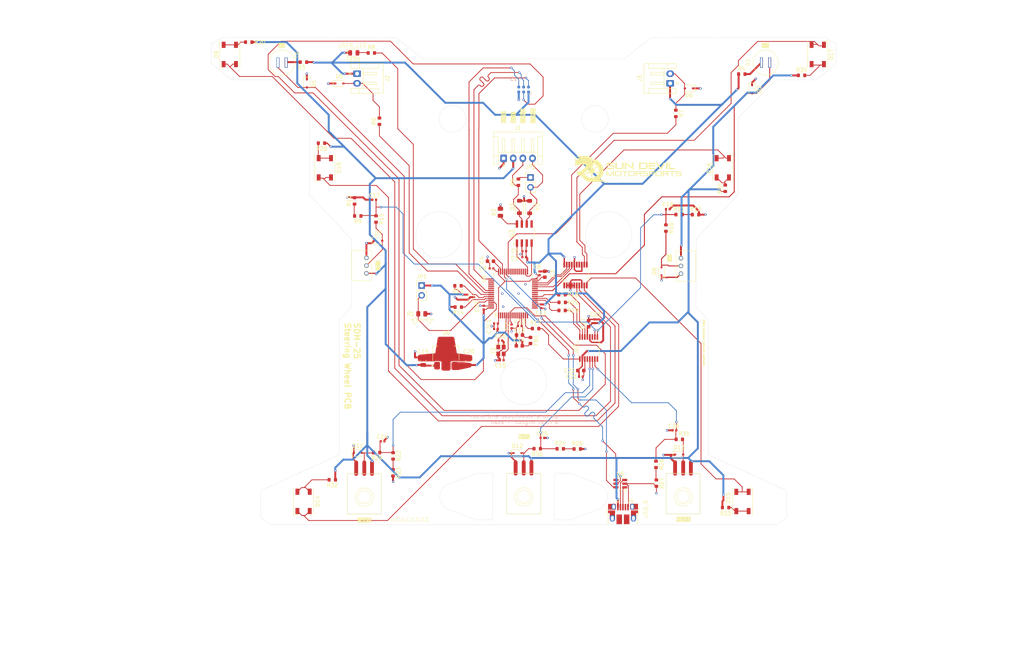
<source format=kicad_pcb>
(kicad_pcb (version 20240108) (generator "pcbnew") (generator_version "8.0")
  (layers (0 "F.Cu" signal) (1 "In1.Cu" signal) (2 "In2.Cu" signal) (31 "B.Cu" signal) (34 "B.Paste" user) (35 "F.Paste" user) (36 "B.SilkS" user "B.Silkscreen") (37 "F.SilkS" user "F.Silkscreen") (38 "B.Mask" user) (39 "F.Mask" user) (44 "Edge.Cuts" user))
  (net 0 "")
  (net 1 "/BUTTON_LC")
  (net 2 "Net-(B1-Pin_1)")
  (net 3 "/BUTTON_AS")
  (net 4 "Net-(B2-Pin_1)")
  (net 5 "GND")
  (net 6 "+3.3V")
  (net 7 "/VCAP_1")
  (net 8 "/VCAP_2")
  (net 9 "VCC")
  (net 10 "/HSE_IN")
  (net 11 "/HSE_OUT")
  (net 12 "/LED7")
  (net 13 "/CANH")
  (net 14 "/CANL")
  (net 15 "/LED1")
  (net 16 "/LED2")
  (net 17 "/LED3")
  (net 18 "/LED4")
  (net 19 "/LED5")
  (net 20 "/LED6")
  (net 21 "Net-(U1-VDDA)")
  (net 23 "/B3")
  (net 24 "/B4")
  (net 25 "/D+")
  (net 26 "Net-(D9-A1)")
  (net 27 "Net-(D10-A1)")
  (net 28 "Net-(D14-A1)")
  (net 29 "Net-(D15-A1)")
  (net 30 "Net-(D16-A1)")
  (net 31 "Net-(D17-A1)")
  (net 35 "/D-")
  (net 36 "/NRST")
  (net 37 "/SWDIO")
  (net 38 "/SWO")
  (net 39 "/SWCLK")
  (net 40 "/BOOT0")
  (net 41 "Net-(JP2-A)")
  (net 42 "/POT_ETC")
  (net 43 "/POT_TC")
  (net 44 "/POT_LARB")
  (net 45 "/POT_MAP")
  (net 46 "/POT_RARB")
  (net 47 "/Rs")
  (net 48 "/AIN2")
  (net 49 "/AIN3")
  (net 50 "/AIN1")
  (net 51 "/USER_LED")
  (net 52 "/CS_pin")
  (net 53 "/CS'")
  (net 54 "/MOSI")
  (net 55 "/DIN")
  (net 56 "/SCK")
  (net 57 "/SCLK")
  (net 58 "/AIN4")
  (net 59 "/MISO")
  (net 60 "/DOUT")
  (net 61 "/AIN5")
  (net 62 "/RESET'_LED")
  (net 63 "/SDA_LED")
  (net 65 "/SCL_LED")
  (net 66 "/CRX")
  (net 68 "/CTX")
  (net 71 "Net-(LED1-A)")
  (net 76 "/USB_D-")
  (net 78 "/USB_D+")
  (net 80 "Net-(R10-Pad1)")
  (net 81 "Net-(R11-Pad2)")
  (net 82 "Net-(R22-Pad2)")
  (net 83 "Net-(R26-Pad2)")
  (net 84 "Net-(R24-Pad2)")
  (net 85 "/I2C1_SCL")
  (net 86 "/I2C1_SDA")
  (net 87 "/LED8")
  (net 89 "/AIN6")
  (net 98 "/BUTTON4")
  (net 102 "/BUTTON3")
  (footprint "Capacitor_SMD:C_0402_1005Metric" (layer "F.Cu") (at 166.766122 113.562913)
    (property "Reference" "C21")
    (property "Value" "100nF" (hide yes))
  )
  (footprint "Capacitor_SMD:C_0603_1608Metric" (layer "F.Cu") (at 150.846122 102.762913)
    (property "Reference" "C13")
    (property "Value" "1uF" (hide yes))
  )
  (footprint "Capacitor_SMD:C_0805_2012Metric" (layer "F.Cu") (at 125.871122 109.562913 90)
    (property "Reference" "C15")
    (property "Value" "10uF" (hide yes))
  )
  (footprint "Capacitor_SMD:C_0603_1608Metric" (layer "F.Cu") (at 150.796122 105.562913)
    (property "Reference" "C14")
    (property "Value" "1uF" (hide yes))
  )
  (footprint "Resistor_SMD:R_0603_1608Metric" (layer "F.Cu") (at 155.021122 101.087913)
    (property "Reference" "R17")
    (property "Value" "220" (hide yes))
  )
  (footprint "Crystal:Crystal_SMD_2520-4Pin_2.5x2.0mm" (layer "F.Cu") (at 146.046122 106.762913 -90)
    (property "Reference" "Y1")
    (property "Value" "12MHz" (hide yes))
  )
  (footprint "MountingHole:MountingHole_3.2mm_M3" (layer "F.Cu") (at 179.921122 45.487913)
    (property "Reference" "H2" (hide yes))
    (property "Value" "M3" (hide yes))
  )
  (footprint "MountingHole:MountingHole_3.2mm_M3" (layer "F.Cu") (at 123.921122 127.5)
    (property "Reference" "H6" (hide yes))
    (property "Value" "M3" (hide yes))
  )
  (footprint "Resistor_SMD:R_0603_1608Metric" (layer "F.Cu") (at 196.496122 71.537913)
    (property "Reference" "R12")
    (property "Value" "1k")
  )
  (footprint "Connector_PinHeader_2.54mm:PinHeader_1x02_P2.54mm_Vertical" (layer "F.Cu") (at 125.471122 89.922913)
    (property "Reference" "JP1")
    (property "Value" "BOOT")
  )
  (footprint "Resistor_SMD:R_0603_1608Metric" (layer "F.Cu") (at 223.996122 35.412913)
    (property "Reference" "R35")
    (property "Value" "330" (hide yes))
  )
  (footprint "MountingHole:MountingHole_3.2mm_M3" (layer "F.Cu") (at 221.921122 30.987913)
    (property "Reference" "H1" (hide yes))
    (property "Value" "M3" (hide yes))
  )
  (footprint "Diode_SMD:D_SOD-323" (layer "F.Cu") (at 95.7 37.5 -90)
    (property "Reference" "D1")
    (property "Value" "TVS")
  )
  (footprint "Resistor_SMD:R_0603_1608Metric" (layer "F.Cu") (at 186.246122 136.300413 -90)
    (property "Reference" "R26")
    (property "Value" "1k")
  )
  (footprint "Capacitor_SMD:C_0402_1005Metric" (layer "F.Cu") (at 148.796122 100.512913 90)
    (property "Reference" "C2")
    (property "Value" "100nF" (hide yes))
  )
  (footprint "MountingHole:MountingHole_3.2mm_M3" (layer "F.Cu") (at 123.921122 45.487913)
    (property "Reference" "H4" (hide yes))
    (property "Value" "M3" (hide yes))
  )
  (footprint "Resistor_SMD:R_0603_1608Metric" (layer "F.Cu") (at 102.3 140.3 180)
    (property "Reference" "R32")
    (property "Value" "330" (hide yes))
  )
  (footprint "LED_SMD:LED_Cree-PLCC4_5x5mm_CW" (layer "F.Cu") (at 94.85 145.9 90)
    (property "Reference" "D14")
    (property "Value" "LTST-C235KGKRKT")
  )
  (footprint "Capacitor_SMD:C_0402_1005Metric" (layer "F.Cu") (at 143.596122 85.487913)
    (property "Reference" "C9")
    (property "Value" "100nF" (hide yes))
  )
  (footprint "Resistor_SMD:R_0603_1608Metric" (layer "F.Cu") (at 186.346122 141.162913 -90)
    (property "Reference" "R27")
    (property "Value" "1k")
  )
  (footprint "Resistor_SMD:R_0603_1608Metric" (layer "F.Cu") (at 108.071122 67.975413 90)
    (property "Reference" "R10")
    (property "Value" "1k")
  )
  (footprint "Resistor_SMD:R_0603_1608Metric" (layer "F.Cu") (at 204.3 147.5)
    (property "Reference" "R33")
    (property "Value" "330" (hide yes))
  )
  (footprint "Resistor_SMD:R_0603_1608Metric" (layer "F.Cu") (at 134.896122 89.987913 180)
    (property "Reference" "R13")
    (property "Value" "2.7k")
  )
  (footprint "Inductor_SMD:L_0603_1608Metric" (layer "F.Cu") (at 153.696122 104.175413 -90)
    (property "Reference" "FB1")
    (property "Value" "120R" (hide yes))
  )
  (footprint "Connector_USB:USB_Micro-B_Amphenol_10103594-0001LF_Horizontal" (layer "F.Cu") (at 177.7 149.165)
    (property "Reference" "J4")
    (property "Value" "USB_B_Micro" (hide yes))
  )
  (footprint "Connector_PinHeader_2.54mm:PinHeader_1x02_P2.54mm_Vertical" (layer "F.Cu") (at 153.7 61.9)
    (property "Reference" "JP2")
    (property "Value" "Bus Termination" (hide yes))
  )
  (footprint "Resistor_SMD:R_0603_1608Metric" (layer "F.Cu") (at 208.496122 35.087913)
    (property "Reference" "R4")
    (property "Value" "220" (hide yes))
  )
  (footprint "Dial Potentiometer:P081N-271F2CBR10K" (layer "F.Cu") (at 196.546122 84.862913)
    (property "Reference" "POT2" (hide yes))
    (property "Value" "~" (hide yes))
  )
  (footprint "LED_SMD:LED_Cree-PLCC4_5x5mm_CW" (layer "F.Cu") (at 203.575 59.4 -90)
    (property "Reference" "D16")
    (property "Value" "LTST-C235KGKRKT")
  )
  (footprint "Package_SO:TSSOP-16_4.4x5mm_P0.65mm" (layer "F.Cu") (at 168.771122 106.125413 90)
    (property "Reference" "U7")
    (property "Value" "ADC128S102" (hide yes))
  )
  (footprint "Resistor_SMD:R_0603_1608Metric" (layer "F.Cu") (at 204.2 64.7 90)
    (property "Reference" "R34")
    (property "Value" "330" (hide yes))
  )
  (footprint "Library:SOD-123FL" (layer "F.Cu") (at 150.825 69.55 90)
    (property "Reference" "D3")
    (property "Value" "TVS")
  )
  (footprint "Diode_SMD:D_SOD-323" (layer "F.Cu") (at 187.675 86.2375 90)
    (property "Reference" "D8")
    (property "Value" "TVS")
  )
  (footprint "Resistor_SMD:R_0805_2012Metric" (layer "F.Cu") (at 145.896122 70.925413 90)
    (property "Reference" "R2")
    (property "Value" "10k" (hide yes))
  )
  (footprint "Capacitor_SMD:C_0603_1608Metric" (layer "F.Cu") (at 157.421122 86.987913 90)
    (property "Reference" "C3")
    (property "Value" "2.2uF" (hide yes))
  )
  (footprint "Diode_SMD:D_SOD-323" (layer "F.Cu") (at 194.8 38.787913 180)
    (property "Reference" "D6")
    (property "Value" "TVS")
  )
  (footprint "Resistor_SMD:R_0603_1608Metric" (layer "F.Cu") (at 99.5 53 180)
    (property "Reference" "R28")
    (property "Value" "330" (hide yes))
  )
  (footprint "Capacitor_SMD:C_0402_1005Metric" (layer "F.Cu") (at 141.571122 95.642913 -90)
    (property "Reference" "C10")
    (property "Value" "100nF" (hide yes))
  )
  (footprint "Resistor_SMD:R_0603_1608Metric" (layer "F.Cu") (at 134.971122 95.512913 180)
    (property "Reference" "R14")
    (property "Value" "2.7k")
  )
  (footprint "Diode_SMD:D_SOD-323" (layer "F.Cu") (at 114.2 78.3)
    (property "Reference" "D7")
    (property "Value" "TVS")
  )
  (footprint "LED_SMD:LED_Cree-PLCC4_5x5mm_CW" (layer "F.Cu") (at 100.37 59.385 90)
    (property "Reference" "D10")
    (property "Value" "LTST-C235KGKRKT")
  )
  (footprint "Package_TO_SOT_SMD:SOT-223-3_TabPin2" (layer "F.Cu") (at 131.771122 107.537913 90)
    (property "Reference" "U6")
    (property "Value" "MIC37100-3.3WS" (hide yes))
  )
  (footprint "Resistor_SMD:R_0603_1608Metric" (layer "F.Cu") (at 155.446122 132.237913 180)
    (property "Reference" "R30")
    (property "Value" "1k")
  )
  (footprint "Resistor_SMD:R_0603_1608Metric" (layer "F.Cu") (at 150.55 63.125 90)
    (property "Reference" "R5")
    (property "Value" "120" (hide yes))
  )
  (footprint "Capacitor_SMD:C_0402_1005Metric" (layer "F.Cu") (at 145.891122 104.187913)
    (property "Reference" "C16")
    (property "Value" "10pF" (hide yes))
  )
  (footprint "Package_TO_SOT_SMD:SOT-23-6" (layer "F.Cu") (at 177 141.306043 180)
    (property "Reference" "U5")
    (property "Value" "USBLC6-2SC6" (hide yes))
  )
  (footprint "Capacitor_SMD:C_0402_1005Metric" (layer "F.Cu") (at 144.741122 101.162913)
    (property "Reference" "C7")
    (property "Value" "100nF" (hide yes))
  )
  (footprint "Library:TLC59108F" (layer "F.Cu") (at 165.375 87.2 90)
    (property "Reference" "TLC59108F1" (hide yes))
    (property "Value" "U4")
  )
  (footprint "Capacitor_SMD:C_0402_1005Metric" (layer "F.Cu") (at 170.271122 99.182913 90)
    (property "Reference" "C23")
    (property "Value" "100nF" (hide yes))
  )
  (footprint "Resistor_SMD:R_0603_1608Metric" (layer "F.Cu") (at 112.433622 29.612913)
    (property "Reference" "R8")
    (property "Value" "220")
  )
  (footprint "Package_SO:SOIC-8_3.9x4.9mm_P1.27mm" (layer "F.Cu") (at 152.091122 76.437913 90)
    (property "Reference" "U3")
    (property "Value" "SN65HVD230" (hide yes))
  )
  (footprint "LED_SMD:LED_Cree-PLCC4_5x5mm_CW" (layer "F.Cu") (at 228.2 30 -90)
    (property "Reference" "D17")
    (property "Value" "LTST-C235KGKRKT")
  )
  (footprint "Push Button:8631CQD2" (layer "F.Cu") (at 214.663622 32.095413 90)
    (property "Reference" "B2")
    (property "Value" "Conn_01x02" (hide yes))
  )
  (footprint "Connector_JST:JST_EH_S4B-EH_1x04_P2.50mm_Horizontal" (layer "F.Cu") (at 146.721122 56.937913)
    (property "Reference" "J1")
    (property "Value" "Conn_01x04_Socket")
  )
  (footprint "Resistor_SMD:R_0603_1608Metric" (layer "F.Cu") (at 94.821122 31.987913 180)
    (property "Reference" "R3")
    (property "Value" "220" (hide yes))
  )
  (footprint "Diode_SMD:D_SOD-323" (layer "F.Cu") (at 211.171122 39 -90)
    (property "Reference" "D2")
    (property "Value" "TVS")
  )
  (footprint "Connector_JST:JST_EH_S2B-EH_1x02_P2.50mm_Horizontal" (layer "F.Cu") (at 108.721122 34.987913 -90)
    (property "Reference" "J2")
    (property "Value" "Conn_01x02" (hide yes))
  )
  (footprint "Library:P081N-271F2CBR10K" (layer "F.Cu") (at 193.296122 144.737913 180)
    (property "Reference" "POT5" (hide yes))
    (property "Value" "~" (hide yes))
    (fp_rect (start -4.35 -4.35) (end 4.35 6) (stroke (width 0.05)) (fill none) (layer "Edge.Cuts"))
  )
  (footprint "Resistor_SMD:R_0603_1608Metric" (layer "F.Cu") (at 118.071122 134.100413 -90)
    (property "Reference" "R22")
    (property "Value" "1k")
  )
  (footprint "Capacitor_SMD:C_0805_2012Metric" (layer "F.Cu") (at 137.621122 109.587913 90)
    (property "Reference" "C20")
    (property "Value" "10uF" (hide yes))
  )
  (footprint "MountingHole:MountingHole_3.2mm_M3" (layer "F.Cu") (at 88.421122 147.487913)
    (property "Reference" "H5" (hide yes))
    (property "Value" "M3" (hide yes))
  )
  (footprint "Capacitor_SMD:C_0402_1005Metric" (layer "F.Cu") (at 150.926122 100.412913)
    (property "Reference" "C12")
    (property "Value" "100nF" (hide yes))
  )
  (footprint "Capacitor_SMD:C_0603_1608Metric" (layer "F.Cu") (at 143.321122 83.612913)
    (property "Reference" "C4")
    (property "Value" "2.2uF" (hide yes))
  )
  (footprint "Library:P081N-271F2CBR10K" (layer "F.Cu") (at 151.946122 144.712913 180)
    (property "Reference" "POT4" (hide yes))
    (property "Value" "~" (hide yes))
    (fp_rect (start -4.35 -4.35) (end 4.35 6) (stroke (width 0.05)) (fill none) (layer "Edge.Cuts"))
  )
  (footprint "Push Button:8631CQD2" (layer "F.Cu") (at 89.271122 32.112913 -90)
    (property "Reference" "B1")
    (property "Value" "Conn_01x02" (hide yes))
  )
  (footprint "Resistor_SMD:R_0603_1608Metric" (layer "F.Cu") (at 161.896122 96.387913)
    (property "Reference" "R19")
    (property "Value" "220" (hide yes))
  )
  (footprint "Package_QFP:LQFP-64_10x10mm_P0.5mm" (layer "F.Cu") (at 149.171122 91.987913 90)
    (property "Reference" "U1")
    (property "Value" "STM32F405RGT6" (hide yes))
  )
  (footprint "Resistor_SMD:R_0603_1608Metric" (layer "F.Cu") (at 161.921122 94.287913 180)
    (property "Reference" "R21")
    (property "Value" "220" (hide yes))
  )
  (footprint "Diode_SMD:D_SOD-323" (layer "F.Cu") (at 150.346122 133.362913)
    (property "Reference" "D12")
    (property "Value" "TVS")
  )
  (footprint "Capacitor_SMD:C_0402_1005Metric" (layer "F.Cu") (at 152.091122 81.012913)
    (property "Reference" "C6")
    (property "Value" "100nF" (hide yes))
  )
  (footprint "Resistor_SMD:R_0603_1608Metric" (layer "F.Cu") (at 161.42 132.26)
    (property "Reference" "R24")
    (property "Value" "1k")
  )
  (footprint "Capacitor_SMD:C_0603_1608Metric" (layer "F.Cu") (at 166.746122 111.962913)
    (property "Reference" "C22")
    (property "Value" "1uF" (hide yes))
  )
  (footprint "Resistor_SMD:R_0603_1608Metric" (layer "F.Cu") (at 113.646122 72.675413 -90)
    (property "Reference" "R15")
    (property "Value" "1k")
  )
  (footprint "MountingHole:MountingHole_3.2mm_M3" (layer "F.Cu") (at 215.421122 147.487913)
    (property "Reference" "H7" (hide yes))
    (property "Value" "M3" (hide yes))
  )
  (footprint "LED_SMD:LED_Cree-PLCC4_5x5mm_CW" (layer "F.Cu") (at 75.725 30 90)
    (property "Reference" "D9")
    (property "Value" "LTST-C235KGKRKT")
  )
  (footprint "Resistor_SMD:R_0603_1608Metric" (layer "F.Cu") (at 192.246122 71.512913)
    (property "Reference" "R11")
    (property "Value" "1k")
  )
  (footprint "Capacitor_SMD:C_0402_1005Metric" (layer "F.Cu") (at 152.066122 82.537913)
    (property "Reference" "C5")
    (property "Value" "100nF" (hide yes))
  )
  (footprint "Capacitor_SMD:C_0402_1005Metric" (layer "F.Cu") (at 189.321122 70.112913)
    (property "Reference" "C18")
    (property "Value" "100n" (hide yes))
  )
  (footprint "MountingHole:MountingHole_3.2mm_M3" (layer "F.Cu") (at 179.921122 127.5)
    (property "Reference" "H8" (hide yes))
    (property "Value" "M3" (hide yes))
  )
  (footprint "Resistor_SMD:R_0603_1608Metric" (layer "F.Cu") (at 108.908622 71.887913 180)
    (property "Reference" "R9")
    (property "Value" "1k")
  )
  (footprint "Resistor_SMD:R_0805_2012Metric" (layer "F.Cu") (at 125.508622 97.262913 180)
    (property "Reference" "R1")
    (property "Value" "10k" (hide yes))
  )
  (footprint "Resistor_SMD:R_0603_1608Metric" (layer "F.Cu") (at 188.821122 75.025413 -90)
    (property "Reference" "R16")
    (property "Value" "1k")
  )
  (footprint "Capacitor_SMD:C_0603_1608Metric" (layer "F.Cu") (at 168.771122 99.837913 90)
    (property "Reference" "C27")
    (property "Value" "1uF" (hide yes))
  )
  (footprint "Diode_SMD:D_SOD-323" (layer "F.Cu") (at 104.125 37.525)
    (property "Reference" "D5")
    (property "Value" "TVS")
  )
  (footprint "Resistor_SMD:R_0603_1608Metric" (layer "F.Cu") (at 114.521122 47.312913 90)
    (property "Reference" "R6")
    (property "Value" "220" (hide yes))
  )
  (footprint "Capacitor_SMD:C_0402_1005Metric" (layer "F.Cu") (at 146.255 109.284999 180)
    (property "Reference" "C19")
    (property "Value" "10pF" (hide yes))
  )
  (footprint "Voltage Regulator:SC-70-5" (layer "F.Cu") (at 138.283622 92.937913 90)
    (property "Reference" "U4" (hide yes))
    (property "Value" "24LC01BT-E/LT" (hide yes))
  )
  (footprint "Capacitor_SMD:C_0402_1005Metric" (layer "F.Cu") (at 144.751122 99.787913)
    (property "Reference" "C1")
    (property "Value" "100nF" (hide yes))
  )
  (footprint "Library:SOD-123FL" (layer "F.Cu") (at 153.475 69.575 -90)
    (property "Reference" "D4")
    (property "Value" "TVS")
  )
  (footprint "Capacitor_SMD:C_0402_1005Metric" (layer "F.Cu") (at 156.496122 95.312913 90)
    (property "Reference" "C11")
    (property "Value" "100nF" (hide yes))
  )
  (footprint "Dial Potentiometer:P081N-271F2CBR10K" (layer "F.Cu") (at 107.356122 84.752913 180)
    (property "Reference" "POT1" (hide yes))
    (property "Value" "~" (hide yes))
  )
  (footprint "Capacitor_SMD:C_0402_1005Metric" (layer "F.Cu") (at 156.046122 86.742913 -90)
    (property "Reference" "C8")
    (property "Value" "100nF" (hide yes))
  )
  (footprint "Capacitor_SMD:C_0402_1005Metric" (layer "F.Cu") (at 115.346122 130.312913)
    (property "Reference" "C24")
    (property "Value" "100n" (hide yes))
  )
  (footprint "MountingHole:MountingHole_3.2mm_M3" (layer "F.Cu") (at 81.921122 30.987913)
    (property "Reference" "H3" (hide yes))
    (property "Value" "M3" (hide yes))
  )
  (footprint "Resistor_SMD:R_0603_1608Metric" (layer "F.Cu") (at 192.296122 129.812913)
    (property "Reference" "R31")
    (property "Value" "1k")
  )
  (footprint "Capacitor_SMD:C_0402_1005Metric" (layer "F.Cu") (at 113.171122 67.662913 180)
    (property "Reference" "C17")
    (property "Value" "100n" (hide yes))
  )
  (footprint "Resistor_SMD:R_0603_1608Metric" (layer "F.Cu") (at 118.046122 138.475413 -90)
    (property "Reference" "R23")
    (property "Value" "1k")
  )
  (footprint "Resistor_SMD:R_0603_1608Metric" (layer "F.Cu") (at 80.625 26.8 180)
    (property "Reference" "R20")
    (property "Value" "330" (hide yes))
  )
  (footprint "LOGO" (layer "F.Cu") (at 179.046122 59.662913)
    (property "Reference" "G***" (hide yes))
    (property "Value" "LOGO" (hide yes))
  )
  (footprint "Resistor_SMD:R_0603_1608Metric" (layer "F.Cu") (at 165.8325 132.31)
    (property "Reference" "R25")
    (property "Value" "1k")
  )
  (footprint "Resistor_SMD:R_0603_1608Metric" (layer "F.Cu") (at 191.396122 45.287913 90)
    (property "Reference" "R7")
    (property "Value" "220" (hide yes))
  )
  (footprint "Connector_JST:JST_EH_S2B-EH_1x02_P2.50mm_Horizontal" (layer "F.Cu") (at 189.921122 37.487913 90)
    (property "Reference" "J3")
    (property "Value" "Conn_01x02" (hide yes))
  )
  (footprint "Dial Potentiometer:P081N-271F2CBR10K" (layer "F.Cu") (at 110.596122 144.787913 180)
    (property "Reference" "POT3" (hide yes))
    (property "Value" "~" (hide yes))
    (fp_rect (start -4.35 -4.35) (end 4.35 6) (stroke (width 0.05)) (fill none) (layer "Edge.Cuts"))
  )
  (footprint "Diode_SMD:D_SOD-323" (layer "F.Cu") (at 108.946122 133.337913)
    (property "Reference" "D11")
    (property "Value" "TVS")
  )
  (footprint "Resistor_SMD:R_0603_1608Metric" (layer "F.Cu") (at 113.783622 133.237913 180)
    (property "Reference" "R29")
    (property "Value" "1k")
  )
  (footprint "Resistor_SMD:R_0603_1608Metric" (layer "F.Cu") (at 161.871122 92.287913)
    (property "Reference" "R18")
    (property "Value" "220" (hide yes))
  )
  (footprint "Diode_SMD:D_SOD-323" (layer "F.Cu") (at 192.25 133.75)
    (property "Reference" "D13")
    (property "Value" "TVS")
  )
  (footprint "LED_SMD:LED_0805_2012Metric" (layer "F.Cu") (at 107.8875 29.5875)
    (property "Reference" "LED1")
    (property "Value" "GREEN" (hide yes))
  )
  (footprint "Capacitor_SMD:C_0402_1005Metric" (layer "F.Cu") (at 156.791122 129.437913)
    (property "Reference" "C25")
    (property "Value" "100n" (hide yes))
  )
  (footprint "LED_SMD:LED_Cree-PLCC4_5x5mm_CW" (layer "F.Cu") (at 208.675 145.925 -90)
    (property "Reference" "D15")
    (property "Value" "LTST-C235KGKRKT")
  )
  (footprint "Capacitor_SMD:C_0402_1005Metric" (layer "F.Cu") (at 191.041122 127.462913 180)
    (property "Reference" "C26")
    (property "Value" "100n" (hide yes))
  )
  (footprint "Connector:Tag-Connect_TC2030-IDC-NL_2x03_P1.27mm_Vertical" (layer "B.Cu") (at 151.921122 39.087913 180)
    (property "Reference" "J5")
    (property "Value" "Conn_ARM_SWD_TagConnect_TC2030" (hide yes))
  )
  (gr_rect (start 124.130442 98.690442) (end 127.025 99) (stroke (width 0.1)) (fill none) (layer "F.SilkS"))
  (gr_line (start 127.385 98.330442) (end 127.44 98.330442) (stroke (width 0.1)) (layer "F.SilkS"))
  (gr_line (start 122.540291 98.688215) (end 123.330442 98.690442) (stroke (width 0.1)) (layer "F.SilkS"))
  (gr_arc (start 127.44 98.330442) (mid 127.694558 98.435884) (end 127.8 98.690442) (stroke (width 0.1)) (layer "F.SilkS"))
  (gr_arc (start 127.8 99.545442) (mid 127.694558 99.8) (end 127.44 99.905442) (stroke (width 0.1)) (layer "F.SilkS"))
  (gr_line (start 123.330442 99.545442) (end 123.330442 98.690442) (stroke (width 0.1)) (layer "F.SilkS"))
  (gr_arc (start 122.930442 99) (mid 122.680727 98.91248) (end 122.540291 98.688215) (stroke (width 0.1)) (layer "F.SilkS"))
  (gr_arc (start 123.690442 99.905442) (mid 123.435884 99.8) (end 123.330442 99.545442) (stroke (width 0.1)) (layer "F.SilkS"))
  (gr_arc (start 127.385 99.905442) (mid 127.130442 99.8) (end 127.025 99.545442) (stroke (width 0.1)) (layer "F.SilkS"))
  (gr_arc (start 128.590151 98.688215) (mid 128.449714 98.912479) (end 128.2 99) (stroke (width 0.1)) (layer "F.SilkS"))
  (gr_arc (start 123.745442 98.330442) (mid 124 98.435884) (end 124.105442 98.690442) (stroke (width 0.1)) (layer "F.SilkS"))
  (gr_arc (start 127.025 98.690442) (mid 127.130442 98.435884) (end 127.385 98.330442) (stroke (width 0.1)) (layer "F.SilkS"))
  (gr_line (start 123.745442 99.905442) (end 123.690442 99.905442) (stroke (width 0.1)) (layer "F.SilkS"))
  (gr_line (start 122.930442 99) (end 123.330442 99) (stroke (width 0.1)) (layer "F.SilkS"))
  (gr_line (start 123.690442 98.330442) (end 123.745442 98.330442) (stroke (width 0.1)) (layer "F.SilkS"))
  (gr_line (start 127.8 99) (end 128.2 99) (stroke (width 0.1)) (layer "F.SilkS"))
  (gr_arc (start 124.105442 99.545442) (mid 124 99.8) (end 123.745442 99.905442) (stroke (width 0.1)) (layer "F.SilkS"))
  (gr_line (start 127.025 99.545442) (end 127.025 98.690442) (stroke (width 0.1)) (layer "F.SilkS"))
  (gr_line (start 127.44 99.905442) (end 127.385 99.905442) (stroke (width 0.1)) (layer "F.SilkS"))
  (gr_line (start 124.105442 98.690442) (end 124.105442 99.545442) (stroke (width 0.1)) (layer "F.SilkS"))
  (gr_arc (start 123.330442 98.690442) (mid 123.435884 98.435884) (end 123.690442 98.330442) (stroke (width 0.1)) (layer "F.SilkS"))
  (gr_line (start 127.8 98.690442) (end 128.590151 98.688215) (stroke (width 0.1)) (layer "F.SilkS"))
  (gr_line (start 127.8 98.690442) (end 127.8 99.545442) (stroke (width 0.1)) (layer "F.SilkS"))
  (gr_arc (start 107.099539 77.676727) (mid 107.201419 77.835082) (end 107.237483 78.019888) (stroke (width 0.05)) (layer "Edge.Cuts"))
  (gr_line (start 86.703567 152) (end 151.950749 152) (stroke (width 0.05)) (layer "Edge.Cuts"))
  (gr_arc (start 217.283929 36.65936) (mid 217.446141 36.550973) (end 217.637483 36.512913) (stroke (width 0.05)) (layer "Edge.Cuts"))
  (gr_line (start 143.92 150.212213) (end 143.92 139.112213) (stroke (width 0.05)) (layer "Edge.Cuts"))
  (gr_line (start 207.530881 46.619515) (end 207.530881 66.212395) (stroke (width 0.05)) (layer "Edge.Cuts"))
  (gr_line (start 220.130376 143.409315) (end 220.130376 149.875055) (stroke (width 0.05)) (layer "Edge.Cuts"))
  (gr_arc (start 70.871122 27.508192) (mid 70.940593 27.253939) (end 71.1297 27.070339) (stroke (width 0.05)) (layer "Edge.Cuts"))
  (gr_arc (start 229.951494 25.586435) (mid 230.076305 25.602186) (end 230.193239 25.648582) (stroke (width 0.05)) (layer "Edge.Cuts"))
  (gr_line (start 200.04776 133.921369) (end 219.837992 142.954457) (stroke (width 0.05)) (layer "Edge.Cuts"))
  (gr_arc (start 207.530881 46.619515) (mid 207.568935 46.428169) (end 207.677327 46.265962) (stroke (width 0.05)) (layer "Edge.Cuts"))
  (gr_arc (start 86.703567 152) (mid 86.558449 151.978478) (end 86.425825 151.915763) (stroke (width 0.05)) (layer "Edge.Cuts"))
  (gr_line (start 73.950004 25.586435) (end 118.649121 25.615301) (stroke (width 0.05)) (layer "Edge.Cuts"))
  (gr_arc (start 178.116046 31.056909) (mid 177.970994 31.135669) (end 177.808203 31.162913) (stroke (width 0.05)) (layer "Edge.Cuts"))
  (gr_arc (start 217.475673 151.915763) (mid 217.34305 151.978485) (end 217.197931 152) (stroke (width 0.05)) (layer "Edge.Cuts"))
  (gr_arc (start 220.130376 149.875055) (mid 220.071324 150.110776) (end 219.908118 150.290819) (stroke (width 0.05)) (layer "Edge.Cuts"))
  (gr_arc (start 83.771122 143.409315) (mid 83.850519 143.13895) (end 84.063506 142.954457) (stroke (width 0.05)) (layer "Edge.Cuts"))
  (gr_line (start 227.650423 36.512913) (end 217.637483 36.512913) (stroke (width 0.05)) (layer "Edge.Cuts"))
  (gr_line (start 196.664015 78.019888) (end 196.606046 95.238786) (stroke (width 0.05)) (layer "Edge.Cuts"))
  (gr_line (start 139.7268 138.61) (end 143.4203 138.612214) (stroke (width 0.05)) (layer "Edge.Cuts"))
  (gr_line (start 139.7268 150.71) (end 143.4197 150.712213) (stroke (width 0.05)) (layer "Edge.Cuts"))
  (gr_line (start 219.908118 150.290819) (end 217.475673 151.915763) (stroke (width 0.05)) (layer "Edge.Cuts"))
  (gr_arc (start 196.664015 78.019888) (mid 196.700101 77.83509) (end 196.801959 77.676727) (stroke (width 0.05)) (layer "Edge.Cuts"))
  (gr_arc (start 232.771798 27.070339) (mid 232.960917 27.253935) (end 233.030376 27.508192) (stroke (width 0.05)) (layer "Edge.Cuts"))
  (gr_arc (start 207.530881 66.212395) (mid 207.495116 66.398101) (end 207.392934 66.557239) (stroke (width 0.05)) (layer "Edge.Cuts"))
  (gr_line (start 83.99338 150.290819) (end 86.425825 151.915763) (stroke (width 0.05)) (layer "Edge.Cuts"))
  (gr_arc (start 160.4097 150.717786) (mid 160.056341 150.571234) (end 159.91 150.217787) (stroke (width 0.05)) (layer "Edge.Cuts"))
  (gr_line (start 160.4097 150.717786) (end 164.1032 150.72) (stroke (width 0.05)) (layer "Edge.Cuts"))
  (gr_line (start 232.771798 27.070339) (end 230.193239 25.648582) (stroke (width 0.05)) (layer "Edge.Cuts"))
  (gr_arc (start 159.91 139.117787) (mid 160.056557 138.764136) (end 160.4103 138.617787) (stroke (width 0.05)) (layer "Edge.Cuts"))
  (gr_arc (start 104.146122 133.466511) (mid 104.066719 133.736873) (end 103.853738 133.921369) (stroke (width 0.05)) (layer "Edge.Cuts"))
  (gr_line (start 107.237483 78.019888) (end 107.295452 95.238786) (stroke (width 0.05)) (layer "Edge.Cuts"))
  (gr_line (start 199.755376 98.986067) (end 199.755376 133.466511) (stroke (width 0.05)) (layer "Edge.Cuts"))
  (gr_arc (start 126.093295 31.162913) (mid 125.930504 31.13567) (end 125.785452 31.056909) (stroke (width 0.05)) (layer "Edge.Cuts"))
  (gr_line (start 229.951494 25.586435) (end 185.252377 25.615301) (stroke (width 0.05)) (layer "Edge.Cuts"))
  (gr_circle (center 170.410749 46.693917) (end 173.910749 46.693917) (stroke (width 0.05)) (fill none) (layer "Edge.Cuts"))
  (gr_arc (start 184.944857 25.721305) (mid 185.089756 25.642597) (end 185.252377 25.615301) (stroke (width 0.05)) (layer "Edge.Cuts"))
  (gr_arc (start 73.708259 25.648582) (mid 73.82519 25.602173) (end 73.950004 25.586435) (stroke (width 0.05)) (layer "Edge.Cuts"))
  (gr_line (start 96.508564 66.557239) (end 107.099539 77.676727) (stroke (width 0.05)) (layer "Edge.Cuts"))
  (gr_arc (start 196.741784 95.582982) (mid 196.640906 95.423901) (end 196.606046 95.238786) (stroke (width 0.05)) (layer "Edge.Cuts"))
  (gr_line (start 104.146122 98.986067) (end 104.146122 133.466511) (stroke (width 0.05)) (layer "Edge.Cuts"))
  (gr_line (start 76.251075 36.512913) (end 86.264015 36.512913) (stroke (width 0.05)) (layer "Edge.Cuts"))
  (gr_arc (start 227.969055 36.398236) (mid 227.819743 36.483371) (end 227.650423 36.512913) (stroke (width 0.05)) (layer "Edge.Cuts"))
  (gr_line (start 83.771122 143.409315) (end 83.771122 149.875055) (stroke (width 0.05)) (layer "Edge.Cuts"))
  (gr_arc (start 96.224171 46.265962) (mid 96.332549 46.428175) (end 96.370617 46.619515) (stroke (width 0.05)) (layer "Edge.Cuts"))
  (gr_line (start 71.05249 32.36289) (end 75.932443 36.398236) (stroke (width 0.05)) (layer "Edge.Cuts"))
  (gr_circle (center 151.921122 114.887913) (end 157.921122 114.887913) (stroke (width 0.05)) (fill none) (layer "Edge.Cuts"))
  (gr_arc (start 233.030376 31.977568) (mid 232.982777 32.190511) (end 232.849008 32.36289) (stroke (width 0.05)) (layer "Edge.Cuts"))
  (gr_line (start 86.617569 36.65936) (end 96.224171 46.265962) (stroke (width 0.05)) (layer "Edge.Cuts"))
  (gr_arc (start 83.99338 150.290819) (mid 83.830173 150.110776) (end 83.771122 149.875055) (stroke (width 0.05)) (layer "Edge.Cuts"))
  (gr_arc (start 76.251075 36.512913) (mid 76.081755 36.483371) (end 75.932443 36.398236) (stroke (width 0.05)) (layer "Edge.Cuts"))
  (gr_line (start 104.281862 98.643554) (end 107.159714 95.582982) (stroke (width 0.05)) (layer "Edge.Cuts"))
  (gr_arc (start 132.2868 147.869999) (mid 130.184787 144.66) (end 132.2868 141.450001) (stroke (width 0.05)) (layer "Edge.Cuts"))
  (gr_line (start 71.1297 27.070339) (end 73.708259 25.648582) (stroke (width 0.05)) (layer "Edge.Cuts"))
  (gr_line (start 160.4103 138.617787) (end 164.1032 138.62) (stroke (width 0.05)) (layer "Edge.Cuts"))
  (gr_arc (start 200.04776 133.921369) (mid 199.834776 133.736874) (end 199.755376 133.466511) (stroke (width 0.05)) (layer "Edge.Cuts"))
  (gr_line (start 232.849008 32.36289) (end 227.969055 36.398236) (stroke (width 0.05)) (layer "Edge.Cuts"))
  (gr_circle (center 133.490749 46.693917) (end 136.990749 46.693917) (stroke (width 0.05)) (fill none) (layer "Edge.Cuts"))
  (gr_line (start 217.197931 152) (end 151.950749 152) (stroke (width 0.05)) (layer "Edge.Cuts"))
  (gr_line (start 164.1032 150.72) (end 171.5432 147.88) (stroke (width 0.05)) (layer "Edge.Cuts"))
  (gr_line (start 70.871122 31.977568) (end 70.871122 27.508192) (stroke (width 0.05)) (layer "Edge.Cuts"))
  (gr_line (start 151.950749 31.162913) (end 177.808203 31.162913) (stroke (width 0.05)) (layer "Edge.Cuts"))
  (gr_line (start 159.91 150.217787) (end 159.91 139.117787) (stroke (width 0.05)) (layer "Edge.Cuts"))
  (gr_circle (center 129.921122 76.787913) (end 135.921122 76.787913) (stroke (width 0.05)) (fill none) (layer "Edge.Cuts"))
  (gr_arc (start 96.508564 66.557239) (mid 96.406381 66.398101) (end 96.370617 66.212395) (stroke (width 0.05)) (layer "Edge.Cuts"))
  (gr_line (start 151.950749 31.162913) (end 126.093295 31.162913) (stroke (width 0.05)) (layer "Edge.Cuts"))
  (gr_arc (start 107.295452 95.238786) (mid 107.260592 95.423902) (end 107.159714 95.582982) (stroke (width 0.05)) (layer "Edge.Cuts"))
  (gr_arc (start 104.146122 98.986067) (mid 104.181294 98.801852) (end 104.281862 98.643554) (stroke (width 0.05)) (layer "Edge.Cuts"))
  (gr_line (start 207.392934 66.557239) (end 196.801959 77.676727) (stroke (width 0.05)) (layer "Edge.Cuts"))
  (gr_arc (start 143.92 150.212213) (mid 143.773447 150.565872) (end 143.4197 150.712213) (stroke (width 0.05)) (layer "Edge.Cuts"))
  (gr_line (start 96.370617 46.619515) (end 96.370617 66.212395) (stroke (width 0.05)) (layer "Edge.Cuts"))
  (gr_arc (start 118.649121 25.615301) (mid 118.811742 25.642596) (end 118.956641 25.721305) (stroke (width 0.05)) (layer "Edge.Cuts"))
  (gr_line (start 118.956641 25.721305) (end 125.785452 31.056909) (stroke (width 0.05)) (layer "Edge.Cuts"))
  (gr_line (start 233.030376 31.977568) (end 233.030376 27.508192) (stroke (width 0.05)) (layer "Edge.Cuts"))
  (gr_line (start 199.619636 98.643554) (end 196.741784 95.582982) (stroke (width 0.05)) (layer "Edge.Cuts"))
  (gr_arc (start 143.4203 138.612214) (mid 143.773654 138.758767) (end 143.92 139.112213) (stroke (width 0.05)) (layer "Edge.Cuts"))
  (gr_line (start 139.7268 150.71) (end 132.2868 147.87) (stroke (width 0.05)) (layer "Edge.Cuts"))
  (gr_arc (start 171.5432 141.460001) (mid 173.645213 144.67) (end 171.5432 147.879999) (stroke (width 0.05)) (layer "Edge.Cuts"))
  (gr_line (start 164.1032 138.62) (end 171.5432 141.46) (stroke (width 0.05)) (layer "Edge.Cuts"))
  (gr_line (start 217.283929 36.65936) (end 207.677327 46.265962) (stroke (width 0.05)) (layer "Edge.Cuts"))
  (gr_line (start 139.7268 138.61) (end 132.2868 141.45) (stroke (width 0.05)) (layer "Edge.Cuts"))
  (gr_circle (center 173.921122 76.787913) (end 179.921122 76.787913) (stroke (width 0.05)) (fill none) (layer "Edge.Cuts"))
  (gr_arc (start 71.05249 32.36289) (mid 70.918736 32.190504) (end 70.871122 31.977568) (stroke (width 0.05)) (layer "Edge.Cuts"))
  (gr_line (start 103.853738 133.921369) (end 84.063506 142.954457) (stroke (width 0.05)) (layer "Edge.Cuts"))
  (gr_line (start 184.944857 25.721305) (end 178.116046 31.056909) (stroke (width 0.05)) (layer "Edge.Cuts"))
  (gr_arc (start 219.837992 142.954457) (mid 220.05098 143.13895) (end 220.130376 143.409315) (stroke (width 0.05)) (layer "Edge.Cuts"))
  (gr_arc (start 86.264015 36.512913) (mid 86.455357 36.550973) (end 86.617569 36.65936) (stroke (width 0.05)) (layer "Edge.Cuts"))
  (gr_arc (start 199.619636 98.643554) (mid 199.720204 98.801852) (end 199.755376 98.986067) (stroke (width 0.05)) (layer "Edge.Cuts"))
  (gr_text "go to a steakhouse and order\na fillet mignon - evan" (at 161 125.96 -0) (layer "B.SilkS") (effects (font (size 1 1) (thickness 0.1)) (justify left bottom mirror)))
  (gr_text "CANH" (at 154.975 47.925 90) (layer "F.SilkS" knockout) (effects (font (size 1 1) (thickness 0.1)) (justify left bottom)))
  (gr_text "GND" (at 147.35 47.85 90) (layer "F.SilkS" knockout) (effects (font (size 1 1) (thickness 0.1)) (justify left bottom)))
  (gr_text "AS" (at 213.675 28.3 0) (layer "F.SilkS" knockout) (effects (font (size 1 1) (thickness 0.1)) (justify left bottom)))
  (gr_text "LARB" (at 108.72 151.35 0) (layer "F.SilkS" knockout) (effects (font (size 1 1) (thickness 0.1)) (justify left bottom)))
  (gr_text "ETC" (at 113.525 83.275 270) (layer "F.SilkS" knockout) (effects (font (size 1 1) (thickness 0.1)) (justify left bottom)))
  (gr_text "CANH" (at 152.35 47.925 90) (layer "F.SilkS" knockout) (effects (font (size 1 1) (thickness 0.1)) (justify left bottom)))
  (gr_text "TC" (at 190.35 83.7 90) (layer "F.SilkS" knockout) (effects (font (size 1 1) (thickness 0.1)) (justify left bottom)))
  (gr_text "MAP" (at 150.47 129.71 0) (layer "F.SilkS" knockout) (effects (font (size 1 1) (thickness 0.1)) (justify left bottom)))
  (gr_text "VCC" (at 149.85 47.775 90) (layer "F.SilkS" knockout) (effects (font (size 1 1) (thickness 0.1)) (justify left bottom)))
  (gr_text "USER_LED" (at 103.725 28.275 0) (layer "F.SilkS") (effects (font (size 1 1) (thickness 0.1)) (justify left bottom)))
  (gr_text "software defined vehicles baby!" (at 198.9 110.8 90) (layer "F.SilkS") (effects (font (size 0.5 0.5) (thickness 0.125) (bold yes)) (justify left bottom)))
  (gr_text "RARB" (at 191.38 151.14 0) (layer "F.SilkS" knockout) (effects (font (size 1 1) (thickness 0.1)) (justify left bottom)))
  (gr_text "USB_B" (at 184.2 150.4 90) (layer "F.SilkS") (effects (font (size 1 1) (thickness 0.1)) (justify left bottom)))
  (gr_text "SDM-25\nSteering Wheel PCB" (at 105.4 99.4 270) (layer "F.SilkS") (effects (font (size 1.5 1.5) (thickness 0.3)) (justify left bottom)))
  (gr_text "LC" (at 88.175 28.275 0) (layer "F.SilkS" knockout) (effects (font (size 1 1) (thickness 0.1)) (justify left bottom)))
  (gr_text "JLCJLCJLCJLC" (at 117.2 151.2 0) (layer "F.SilkS") (effects (font (size 1 1) (thickness 0.1)) (justify left bottom)))
  (segment (start 139.296122 114.312913) (end 125.346122 114.312913) (width 0.2) (layer "F.Cu") (net 1))
  (segment (start 141.321122 112.287913) (end 139.296122 114.312913) (width 0.2) (layer "F.Cu") (net 1))
  (segment (start 144.846122 94.780503) (end 144.846122 96.012913) (width 0.2) (layer "F.Cu") (net 1))
  (segment (start 143.496122 94.237913) (end 144.303532 94.237913) (width 0.2) (layer "F.Cu") (net 1))
  (segment (start 97.946122 38.562913) (end 97.946122 38.587913) (width 0.2) (layer "F.Cu") (net 1))
  (segment (start 97.946122 38.562913) (end 93.371122 38.562913) (width 0.2) (layer "F.Cu") (net 1))
  (segment (start 141.496122 99.362913) (end 141.496122 112.087913) (width 0.2) (layer "F.Cu") (net 1))
  (segment (start 97.946122 38.587913) (end 120.971122 61.612913) (width 0.2) (layer "F.Cu") (net 1))
  (segment (start 125.346122 114.312913) (end 120.971122 109.937913) (width 0.2) (layer "F.Cu") (net 1))
  (segment (start 93.371122 38.562913) (end 88.206122 33.397913) (width 0.2) (layer "F.Cu") (net 1))
  (segment (start 141.321122 112.262913) (end 141.321122 112.287913) (width 0.2) (layer "F.Cu") (net 1))
  (segment (start 141.496122 112.087913) (end 141.321122 112.262913) (width 0.2) (layer "F.Cu") (net 1))
  (segment (start 144.303532 94.237913) (end 144.846122 94.780503) (width 0.2) (layer "F.Cu") (net 1))
  (segment (start 120.971122 109.937913) (end 120.971122 61.612913) (width 0.2) (layer "F.Cu") (net 1))
  (segment (start 88.206122 33.397913) (end 88.206122 32.112913) (width 0.2) (layer "F.Cu") (net 1))
  (segment (start 144.846122 96.012913) (end 141.496122 99.362913) (width 0.2) (layer "F.Cu") (net 1))
  (segment (start 90.461122 31.987913) (end 90.336122 32.112913) (width 0.5) (layer "F.Cu") (net 2))
  (segment (start 93.996122 31.987913) (end 90.461122 31.987913) (width 0.5) (layer "F.Cu") (net 2))
  (segment (start 183.246122 79.437913) (end 183.246122 71.437913) (width 0.25) (layer "F.Cu") (net 3))
  (segment (start 206.546122 43.162913) (end 206.546122 65.612914) (width 0.25) (layer "F.Cu") (net 3))
  (segment (start 215.728622 32.095413) (end 215.728622 36.655413) (width 0.25) (layer "F.Cu") (net 3))
  (segment (start 211.171122 40.087913) (end 209.621122 40.087913) (width 0.25) (layer "F.Cu") (net 3))
  (segment (start 154.846122 91.237913) (end 159.446122 91.237913) (width 0.25) (layer "F.Cu") (net 3))
  (segment (start 206.571122 65.587913) (end 206.467018 65.692018) (width 0.2) (layer "F.Cu") (net 3))
  (segment (start 205.246122 66.912913) (end 187.771122 66.912913) (width 0.25) (layer "F.Cu") (net 3))
  (segment (start 175.821122 86.862913) (end 183.246122 79.437913) (width 0.25) (layer "F.Cu") (net 3))
  (segment (start 206.546122 65.612914) (end 206.467018 65.692018) (width 0.2) (layer "F.Cu") (net 3))
  (segment (start 212.246122 40.087913) (end 211.171122 40.087913) (width 0.25) (layer "F.Cu") (net 3))
  (segment (start 212.271122 40.112913) (end 212.246122 40.087913) (width 0.2) (layer "F.Cu") (net 3))
  (segment (start 206.467018 65.692018) (end 205.246122 66.912913) (width 0.25) (layer "F.Cu") (net 3))
  (segment (start 187.771122 66.912913) (end 183.246122 71.437913) (width 0.25) (layer "F.Cu") (net 3))
  (segment (start 215.728622 36.655413) (end 212.271122 40.112913) (width 0.25) (layer "F.Cu") (net 3))
  (segment (start 209.621122 40.087913) (end 206.546122 43.162913) (width 0.25) (layer "F.Cu") (net 3))
  (segment (start 163.821122 86.862913) (end 175.821122 86.862913) (width 0.25) (layer "F.Cu") (net 3))
  (segment (start 159.446122 91.237913) (end 163.821122 86.862913) (width 0.25) (layer "F.Cu") (net 3))
  (segment (start 213.496122 32.197913) (end 213.598622 32.095413) (width 0.35) (layer "F.Cu") (net 4))
  (segment (start 209.321122 35.087913) (end 210.606122 35.087913) (width 0.5) (layer "F.Cu") (net 4))
  (segment (start 210.606122 35.087913) (end 213.598622 32.095413) (width 0.5) (layer "F.Cu") (net 4))
  (segment (start 134.158209 92.95) (end 134.146122 92.937913) (width 0.5) (layer "F.Cu") (net 5))
  (segment (start 178.506043 141.306043) (end 178.1375 141.306043) (width 0.2) (layer "F.Cu") (net 5))
  (segment (start 150.825 67.95) (end 152.025 67.95) (width 0.5) (layer "F.Cu") (net 5))
  (segment (start 149.896122 135.787913) (end 149.946122 135.837913) (width 0.35) (layer "F.Cu") (net 5))
  (segment (start 142.546122 82.487913) (end 142.571122 82.462913) (width 0.2) (layer "F.Cu") (net 5))
  (segment (start 166.737913 88.462913) (end 167.021122 88.746122) (width 0.35) (layer "F.Cu") (net 5))
  (segment (start 134.1 92.95) (end 134.158209 92.95) (width 0.5) (layer "F.Cu") (net 5))
  (segment (start 146.721122 56.937913) (end 146.721122 58.412913) (width 0.5) (layer "F.Cu") (net 5))
  (segment (start 146.746122 104.562913) (end 146.371122 104.187913) (width 0.5) (layer "F.Cu") (net 5))
  (segment (start 167.521122 113.287913) (end 167.246122 113.562913) (width 0.2) (layer "F.Cu") (net 5))
  (segment (start 190.096122 134.762913) (end 190.096122 133.837913) (width 0.5) (layer "F.Cu") (net 5))
  (segment (start 143.116122 85.487913) (end 143.116122 84.182913) (width 0.2) (layer "F.Cu") (net 5))
  (segment (start 150.071122 104.162913) (end 150.071122 102.762913) (width 0.35) (layer "F.Cu") (net 5))
  (segment (start 107.896122 131.562913) (end 107.771122 131.437913) (width 0.35) (layer "F.Cu") (net 5))
  (segment (start 146.196122 106.762913) (end 146.746122 106.212913) (width 0.2) (layer "F.Cu") (net 5))
  (segment (start 178.490552 141.306043) (end 178.1375 141.306043) (width 0.2) (layer "F.Cu") (net 5))
  (segment (start 156.496122 95.792913) (end 157.267913 95.792913) (width 0.2) (layer "F.Cu") (net 5))
  (segment (start 148.746122 133.362913) (end 148.071122 133.362913) (width 0.35) (layer "F.Cu") (net 5))
  (segment (start 101.25 37.525) (end 103.075 37.525) (width 0.5) (layer "F.Cu") (net 5))
  (segment (start 145.346122 108.546122) (end 145.346122 107.637913) (width 0.5) (layer "F.Cu") (net 5))
  (segment (start 165.12 83.364035) (end 165.071122 83.412913) (width 0.35) (layer "F.Cu") (net 5))
  (segment (start 157.421122 86.212913) (end 158.321122 86.212913) (width 0.5) (layer "F.Cu") (net 5))
  (segment (start 110.296122 67.062913) (end 110.896122 67.662913) (width 0.5) (layer "F.Cu") (net 5))
  (segment (start 148.796122 100.992913) (end 148.796122 101.812913) (width 0.2) (layer "F.Cu") (net 5))
  (segment (start 111.156122 82.752913) (end 111.156122 79.072913) (width 0.5) (layer "F.Cu") (net 5))
  (segment (start 188.246122 133.837913) (end 188.196122 133.887913) (width 0.5) (layer "F.Cu") (net 5))
  (segment (start 164.4 89.9) (end 165.05 89.9) (width 0.35) (layer "F.Cu") (net 5))
  (segment (start 143.671122 100.462913) (end 143.646122 100.487913) (width 0.2) (layer "F.Cu") (net 5))
  (segment (start 168.771122 97.903878) (end 168.8 97.875) (width 0.35) (layer "F.Cu") (net 5))
  (segment (start 189.801122 70.112913) (end 189.801122 70.082913) (width 0.5) (layer "F.Cu") (net 5))
  (segment (start 148.046122 133.387913) (end 148.711122 133.387913) (width 0.35) (layer "F.Cu") (net 5))
  (segment (start 149.946122 135.837913) (end 149.946122 137.712913) (width 0.35) (layer "F.Cu") (net 5))
  (segment (start 141.571122 95.162913) (end 141.646122 95.237913) (width 0.2) (layer "F.Cu") (net 5))
  (segment (start 148.746122 134.437913) (end 149.896122 135.587913) (width 0.35) (layer "F.Cu") (net 5))
  (segment (start 152.025 67.95) (end 153.45 67.95) (width 0.5) (layer "F.Cu") (net 5))
  (segment (start 148.746122 133.362913) (end 148.746122 134.437913) (width 0.35) (layer "F.Cu") (net 5))
  (segment (start 189.296122 87.787913) (end 191.771122 87.787913) (width 0.35) (layer "F.Cu") (net 5))
  (segment (start 211.171122 37.287913) (end 212.146122 36.312913) (width 0.5) (layer "F.Cu") (net 5))
  (segment (start 145.896122 70.012913) (end 145.896122 68.937913) (width 0.5) (layer "F.Cu") (net 5))
  (segment (start 107.896122 133.337913) (end 107.896122 131.562913) (width 0.35) (layer "F.Cu") (net 5))
  (segment (start 189.801122 70.082913) (end 190.721122 69.162913) (width 0.5) (layer "F.Cu") (net 5))
  (segment (start 185.576752 141.306043) (end 178.1375 141.306043) (width 0.2) (layer "F.Cu") (net 5))
  (segment (start 108.596122 137.787913) (end 108.596122 135.762913) (width 0.35) (layer "F.Cu") (net 5))
  (segment (start 151.456122 78.912913) (end 151.456122 80.857913) (width 0.2) (layer "F.Cu") (net 5))
  (segment (start 144.261122 99.797913) (end 144.271122 99.787913) (width 0.2) (layer "F.Cu") (net 5))
  (segment (start 123.746122 107.087913) (end 123.796122 107.037913) (width 0.5) (layer "F.Cu") (net 5))
  (segment (start 127.887913 97.262913) (end 127.925 97.3) (width 0.5) (layer "F.Cu") (net 5))
  (segment (start 164.312913 89.812913) (end 164.4 89.9) (width 0.35) (layer "F.Cu") (net 5))
  (segment (start 125.871122 108.612913) (end 130.971122 108.612913) (width 0.5) (layer "F.Cu") (net 5))
  (segment (start 211.171122 37.95) (end 211.171122 37.287913) (width 0.5) (layer "F.Cu") (net 5))
  (segment (start 111.15 78.95) (end 112.5 78.95) (width 0.5) (layer "F.Cu") (net 5))
  (segment (start 158.321122 86.212913) (end 158.446122 86.337913) (width 0.5) (layer "F.Cu") (net 5))
  (segment (start 195.85 38.787913) (end 197.721122 38.787913) (width 0.5) (layer "F.Cu") (net 5))
  (segment (start 131.771122 110.687913) (end 131.771122 107.812913) (width 0.5) (layer "F.Cu") (net 5))
  (segment (start 187.675 87.8375) (end 187.675 88.5625) (width 0.35) (layer "F.Cu") (net 5))
  (segment (start 190.096122 133.837913) (end 191.112087 133.837913) (width 0.5) (layer "F.Cu") (net 5))
  (segment (start 148.071122 133.362913) (end 148.046122 133.387913) (width 0.35) (layer "F.Cu") (net 5))
  (segment (start 145.896122 68.937913) (end 145.921122 68.912913) (width 0.5) (layer "F.Cu") (net 5))
  (segment (start 140.67 95.17) (end 141.164035 95.17) (width 0.2) (layer "F.Cu") (net 5))
  (segment (start 191.771122 87.787913) (end 192.721122 86.837913) (width 0.35) (layer "F.Cu") (net 5))
  (segment (start 179.1 141.915491) (end 178.490552 141.306043) (width 0.2) (layer "F.Cu") (net 5))
  (segment (start 164.071122 89.812913) (end 164.071122 90.837913) (width 0.35) (layer "F.Cu") (net 5))
  (segment (start 164.071122 89.812913) (end 164.071122 88.878878) (width 0.35) (layer "F.Cu") (net 5))
  (segment (start 144.261122 100.462913) (end 144.261122 99.797913) (width 0.2) (layer "F.Cu") (net 5))
  (segment (start 152.025 67.95) (end 152.025 66.825) (width 0.5) (layer "F.Cu") (net 5))
  (segment (start 166.745 132.31) (end 167.9075 132.31) (width 0.5) (layer "F.Cu") (net 5))
  (segment (start 164.487087 88.462913) (end 166.737913 88.462913) (width 0.35) (layer "F.Cu") (net 5))
  (segment (start 190.096122 133.837913) (end 188.246122 133.837913) (width 0.5) (layer "F.Cu") (net 5))
  (segment (start 126.421122 97.262913) (end 127.887913 97.262913) (width 0.5) (layer "F.Cu") (net 5))
  (segment (start 165.537913 86.212913) (end 166.121122 86.212913) (width 0.35) (layer "F.Cu") (net 5))
  (segment (start 151.586122 81.762913) (end 151.586122 81.037913) (width 0.2) (layer "F.Cu") (net 5))
  (segment (start 95.7 35) (end 95.7 36.45) (width 0.5) (layer "F.Cu") (net 5))
  (segment (start 145.346122 107.637913) (end 145.346122 107.362913) (width 0.2) (layer "F.Cu") (net 5))
  (segment (start 168.771122 99.062913) (end 169.131122 98.702913) (width 0.35) (layer "F.Cu") (net 5))
  (segment (start 151.586122 81.762913) (end 151.096122 81.762913) (width 0.2) (layer "F.Cu") (net 5))
  (segment (start 172.55 99.68113) (end 171.571783 98.702913) (width 0.5) (layer "F.Cu") (net 5))
  (segment (start 169.096122 103.262913) (end 169.096122 104.131001) (width 0.35) (layer "F.Cu") (net 5))
  (segment (start 199.062087 71.537913) (end 199.1 71.5) (width 0.5) (layer "F.Cu") (net 5))
  (segment (start 165.071122 83.412913) (end 165.071122 85.746122) (width 0.35) (layer "F.Cu") (net 5))
  (segment (start 157.371122 86.262913) (end 157.421122 86.212913) (width 0.5) (layer "F.Cu") (net 5))
  (segment (start 144.55 109.325) (end 145.734999 109.325) (width 0.5) (layer "F.Cu") (net 5))
  (segment (start 123.746122 108.562913) (end 125.126122 108.562913) (width 0.5) (layer "F.Cu") (net 5))
  (segment (start 191.296122 135.962913) (end 190.096122 134.762913) (width 0.5) (layer "F.Cu") (net 5))
  (segment (start 107.75 134.916791) (end 107.75 133.484035) (width 0.35) (layer "F.Cu") (net 5))
  (segment (start 164.071122 88.878878) (end 164.487087 88.462913) (width 0.35) (layer "F.Cu") (net 5))
  (segment (start 130.971122 108.612913) (end 131.771122 107.812913) (width 0.5) (layer "F.Cu") (net 5))
  (segment (start 189.246535 87.8375) (end 189.296122 87.787913) (width 0.35) (layer "F.Cu") (net 5))
  (segment (start 141.571122 95.162913) (end 141.171122 95.162913) (width 0.2) (layer "F.Cu") (net 5))
  (segment (start 191.296122 137.737913) (end 191.296122 135.962913) (width 0.5) (layer "F.Cu") (net 5))
  (segment (start 145.734999 109.325) (end 145.775 109.284999) (width 0.5) (layer "F.Cu") (net 5))
  (segment (start 172.55 104.15) (end 172.55 99.68113) (width 0.5) (layer "F.Cu") (net 5))
  (segment (start 134.796122 93.587913) (end 134.146122 92.937913) (width 0.5) (layer "F.Cu") (net 5))
  (segment (start 144.261122 101.162913) (end 144.261122 100.462913) (width 0.2) (layer "F.Cu") (net 5))
  (segment (start 179.1 141.9) (end 178.506043 141.306043) (width 0.2) (layer "F.Cu") (net 5))
  (segment (start 157.271122 129.437913) (end 158.146122 129.437913) (width 0.5) (layer "F.Cu") (net 5))
  (segment (start 167.796122 111.687913) (end 167.796122 108.987913) (width 0.2) (layer "F.Cu") (net 5))
  (segment (start 155.941122 95.237913) (end 156.496122 95.792913) (width 0.2) (layer "F.Cu") (net 5))
  (segment (start 150.021122 105.562913) (end 150.021122 104.212913) (width 0.35) (layer "F.Cu") (net 5))
  (segment (start 144.261122 100.462913) (end 143.671122 100.462913) (width 0.2) (layer "F.Cu") (net 5))
  (segment (start 169.096122 104.131001) (end 169.640121 104.675) (width 0.35) (layer "F.Cu") (net 5))
  (segment (start 150.921122 99.037913) (end 150.446122 99.512913) (width 0.2) (layer "F.Cu") (net 5))
  (segment (start 179.1 147.275) (end 178.975 147.4) (width 0.2) (layer "F.Cu") (net 5))
  (segment (start 115.826122 130.312913) (end 115.826122 130.057913) (width 0.5) (layer "F.Cu") (net 5))
  (segment (start 146.746122 105.887913) (end 146.746122 104.562913) (width 0.5) (layer "F.Cu") (net 5))
  (segment (start 118.046122 140.762913) (end 118.096122 140.812913) (width 0.5) (layer "F.Cu") (net 5))
  (segment (start 108.596122 135.762913) (end 107.75 134.916791) (width 0.35) (layer "F.Cu") (net 5))
  (segment (start 143.116122 84.182913) (end 142.546122 83.612913) (width 0.2) (layer "F.Cu") (net 5))
  (segment (start 171.571783 98.702913) (end 170.271122 98.702913) (width 0.5) (layer "F.Cu") (net 5))
  (segment (start 141.646122 95.237913) (end 143.496122 95.237913) (width 0.2) (layer "F.Cu") (net 5))
  (segment (start 195.896122 69.162913) (end 195.996122 69.262913) (width 0.5) (layer "F.Cu") (net 5))
  (segment (start 154.846122 95.237913) (end 155.941122 95.237913) (width 0.2) (layer "F.Cu") (net 5))
  (segment (start 167.246122 114.337913) (end 167.271122 114.362913) (width 0.2) (layer "F.Cu") (net 5))
  (segment (start 151.586122 82.537913) (end 151.586122 81.762913) (width 0.2) (layer "F.Cu") (net 5))
  (segment (start 169.131122 98.702913) (end 170.271122 98.702913) (width 0.35) (layer "F.Cu") (net 5))
  (segment (start 187.675 87.2875) (end 187.675 87.8375) (width 0.2) (layer "F.Cu") (net 5))
  (segment (start 167.021122 86.212913) (end 167.021122 84.412913) (width 0.35) (layer "F.Cu") (net 5))
  (segment (start 145.775 109.284999) (end 145.775 108.975) (width 0.5) (layer "F.Cu") (net 5))
  (segment (start 132.596122 108.637913) (end 131.771122 107.812913) (width 0.5) (layer "F.Cu") (net 5))
  (segment (start 186.346122 142.075413) (end 186.346122 143.787913) (width 0.2) (layer "F.Cu") (net 5))
  (segment (start 150.071122 102.762913) (end 150.071122 101.197913) (width 0.2) (layer "F.Cu") (net 5))
  (segment (start 172.025 104.675) (end 172.55 104.15) (width 0.5) (layer "F.Cu") (net 5))
  (segment (start 164.071122 90.837913) (end 164.046122 90.862913) (width 0.35) (layer "F.Cu") (net 5))
  (segment (start 118.046122 139.387913) (end 118.046122 140.762913) (width 0.5) (layer "F.Cu") (net 5))
  (segment (start 191.112087 133.837913) (end 191.2 133.75) (width 0.5) (layer "F.Cu") (net 5))
  (segment (start 153.45 67.95) (end 153.475 67.975) (width 0.5) (layer "F.Cu") (net 5))
  (segment (start 197.408622 70.675413) (end 195.996122 69.262913) (width 0.5) (layer "F.Cu") (net 5))
  (segment (start 156.046122 86.262913) (end 157.371122 86.262913) (width 0.5) (layer "F.Cu") (net 5))
  (segment (start 186.346122 142.075413) (end 185.576752 141.306043) (width 0.2) (layer "F.Cu") (net 5))
  (segment (start 167.246122 113.562913) (end 167.246122 114.337913) (width 0.2) (layer "F.Cu") (net 5))
  (segment (start 149.896122 135.587913) (end 149.896122 135.787913) (width 0.35) (layer "F.Cu") (net 5))
  (segment (start 166.121122 86.212913) (end 167.021122 86.212913) (width 0.35) (layer "F.Cu") (net 5))
  (segment (start 167.021122 88.746122) (end 167.021122 89.812913) (width 0.35) (layer "F.Cu") (net 5))
  (segment (start 149.866122 100.992913) (end 150.446122 100.412913) (width 0.2) (layer "F.Cu") (net 5))
  (segment (start 190.721122 69.162913) (end 195.896122 69.162913) (width 0.5) (layer "F.Cu") (net 5))
  (segment (start 150.021122 104.212913) (end 150.071122 104.162913) (width 0.35) (layer "F.Cu") (net 5))
  (segment (start 107.75 133.484035) (end 107.896122 133.337913) (width 0.35) (layer "F.Cu") (net 5))
  (segment (start 101.225 37.55) (end 101.25 37.525) (width 0.5) (layer "F.Cu") (net 5))
  (segment (start 137.446122 93.587913) (end 134.796122 93.587913) (width 0.5) (layer "F.Cu") (net 5))
  (segment (start 134.1 92.891791) (end 134.1 92.95) (width 0.5) (layer "F.Cu") (net 5))
  (segment (start 163.984035 89.9) (end 163.1 89.9) (width 0.35) (layer "F.Cu") (net 5))
  (segment (start 145.346122 107.362913) (end 145.946122 106.762913) (width 0.2) (layer "F.Cu") (net 5))
  (segment (start 148.796122 100.992913) (end 149.866122 100.992913) (width 0.2) (layer "F.Cu") (net 5))
  (segment (start 149.296122 133.362913) (end 148.736122 133.362913) (width 0.2) (layer "F.Cu") (net 5))
  (segment (start 108.071122 67.062913) (end 107.171122 67.062913) (width 0.5) (layer "F.Cu") (net 5))
  (segment (start 146.721122 58.412913) (end 145.621122 59.512913) (width 0.5) (layer "F.Cu") (net 5))
  (segment (start 146.746122 106.212913) (end 146.746122 105.887913) (width 0.2) (layer "F.Cu") (net 5))
  (segment (start 169.640121 104.675) (end 172.025 104.675) (width 0.35) (layer "F.Cu") (net 5))
  (segment (start 197.408622 71.537913) (end 199.062087 71.537913) (width 0.5) (layer "F.Cu") (net 5))
  (segment (start 187.675 87.8375) (end 189.246535 87.8375) (width 0.35) (layer "F.Cu") (net 5))
  (segment (start 167.521122 111.962913) (end 167.796122 111.687913) (width 0.2) (layer "F.Cu") (net 5))
  (segment (start 112.5 78.95) (end 113.15 78.3) (width 0.5) (layer "F.Cu") (net 5))
  (segment (start 179.1 141.915491) (end 179.1 147.275) (width 0.2) (layer "F.Cu") (net 5))
  (segment (start 137.621122 108.637913) (end 132.596122 108.637913) (width 0.5) (layer "F.Cu") (net 5))
  (segment (start 151.456122 80.857913) (end 151.611122 81.012913) (width 0.2) (layer "F.Cu") (net 5))
  (segment (start 131.771122 107.812913) (end 131.771122 104.387913) (width 0.5) (layer "F.Cu") (net 5))
  (segment (start 139.121122 92.937913) (end 138.096122 92.937913) (width 0.5) (layer "F.Cu") (net 5))
  (segment (start 150.446122 99.512913) (end 150.446122 100.412913) (width 0.2) (layer "F.Cu") (net 5))
  (segment (start 142.546122 83.612913) (end 142.546122 82.487913) (width 0.2) (layer "F.Cu") (net 5))
  (segment (start 106.271122 67.062913) (end 106.221122 67.112913) (width 0.5) (layer "F.Cu") (net 5))
  (segment (start 112.691122 67.662913) (end 110.896122 67.662913) (width 0.5) (layer "F.Cu") (net 5))
  (segment (start 197.721122 38.787913) (end 197.771122 38.837913) (width 0.5) (layer "F.Cu") (net 5))
  (segment (start 107.171122 67.062913) (end 106.271122 67.062913) (width 0.5) (layer "F.Cu") (net 5))
  (segment (start 141.164035 95.17) (end 141.171122 95.162913) (width 0.2) (layer "F.Cu") (net 5))
  (segment (start 190.561122 127.462913) (end 189.116122 127.462913) (width 0.5) (layer "F.Cu") (net 5))
  (segment (start 165.071122 85.746122) (end 165.537913 86.212913) (width 0.35) (layer "F.Cu") (net 5))
  (segment (start 168.771122 99.062913) (end 168.771122 97.903878) (width 0.35) (layer "F.Cu") (net 5))
  (segment (start 145.775 108.975) (end 145.346122 108.546122) (width 0.5) (layer "F.Cu") (net 5))
  (segment (start 197.408622 71.537913) (end 197.408622 70.675413) (width 0.5) (layer "F.Cu") (net 5))
  (segment (start 164.071122 89.812913) (end 163.984035 89.9) (width 0.35) (layer "F.Cu") (net 5))
  (segment (start 108.071122 67.062913) (end 110.296122 67.062913) (width 0.5) (layer "F.Cu") (net 5))
  (segment (start 157.267913 95.792913) (end 157.5 96.025) (width 0.2) (layer "F.Cu") (net 5))
  (segment (start 138.096122 92.937913) (end 137.446122 93.587913) (width 0.5) (layer "F.Cu") (net 5))
  (segment (start 164.071122 89.812913) (end 164.312913 89.812913) (width 0.35) (layer "F.Cu") (net 5))
  (segment (start 150.921122 97.662913) (end 150.921122 99.037913) (width 0.2) (layer "F.Cu") (net 5))
  (segment (start 165.12 82.59) (end 165.12 83.364035) (width 0.35) (layer "F.Cu") (net 5))
  (segment (start 123.746122 108.562913) (end 123.746122 107.087913) (width 0.5) (layer "F.Cu") (net 5))
  (segment (start 151.586122 81.037913) (end 151.611122 81.012913) (width 0.2) (layer "F.Cu") (net 5))
  (segment (start 167.521122 111.962913) (end 167.521122 113.287913) (width 0.2) (layer "F.Cu") (net 5))
  (segment (start 148.736122 133.362913) (end 148.711122 133.387913) (width 0.2) (layer "F.Cu") (net 5))
  (segment (start 115.826122 130.057913) (end 116.621122 129.262913) (width 0.5) (layer "F.Cu") (net 5))
  (segment (start 145.946122 106.762913) (end 146.196122 106.762913) (width 0.2) (layer "F.Cu") (net 5))
  (segment (start 150.071122 101.197913) (end 149.866122 100.992913) (width 0.2) (layer "F.Cu") (net 5))
  (via (at 95.7 35) (size 0.6) (drill 0.3) (layers "F.Cu" "B.Cu") (net 5))
  (via (at 152.4 89.6) (size 0.6) (drill 0.3) (layers "F.Cu" "B.Cu") (net 5))
  (via (at 199.1 71.5) (size 0.6) (drill 0.3) (layers "F.Cu" "B.Cu") (net 5))
  (via (at 146.6 95.4) (size 0.6) (drill 0.3) (layers "F.Cu" "B.Cu") (net 5))
  (via (at 123.796122 107.037913) (size 0.6) (drill 0.3) (layers "F.Cu" "B.Cu") (net 5))
  (via (at 187.7 88.5875) (size 0.6) (drill 0.3) (layers "F.Cu" "B.Cu") (net 5))
  (via (at 157.5 96.025) (size 0.6) (drill 0.3) (layers "F.Cu" "B.Cu") (net 5))
  (via (at 142.571122 82.462913) (size 0.6) (drill 0.3) (layers "F.Cu" "B.Cu") (net 5))
  (via (at 107.771122 131.437913) (size 0.6) (drill 0.3) (layers "F.Cu" "B.Cu") (net 5))
  (via (at 106.221122 67.112913) (size 0.6) (drill 0.3) (layers "F.Cu" "B.Cu") (net 5))
  (via (at 151.096122 81.762913) (size 0.6) (drill 0.3) (layers "F.Cu" "B.Cu") (net 5))
  (via (at 118.096122 140.812913) (size 0.6) (drill 0.3) (layers "F.Cu" "B.Cu") (net 5))
  (via (at 111.15 78.95) (size 0.6) (drill 0.3) (layers "F.Cu" "B.Cu") (net 5))
  (via (at 165.12 82.59) (size 0.6) (drill 0.3) (layers "F.Cu" "B.Cu") (net 5))
  (via (at 143.646122 100.487913) (size 0.6) (drill 0.3) (layers "F.Cu" "B.Cu") (net 5))
  (via (at 101.225 37.55) (size 0.6) (drill 0.3) (layers "F.Cu" "B.Cu") (net 5))
  (via (at 167.9075 132.31) (size 0.6) (drill 0.3) (layers "F.Cu" "B.Cu") (net 5))
  (via (at 189.116122 127.462913) (size 0.6) (drill 0.3) (layers "F.Cu" "B.Cu") (net 5))
  (via (at 197.771122 38.837913) (size 0.6) (drill 0.3) (layers "F.Cu" "B.Cu") (net 5))
  (via (at 188.196122 133.887913) (size 0.6) (drill 0.3) (layers "F.Cu" "B.Cu") (net 5))
  (via (at 150.66 41.78) (size 0.6) (drill 0.3) (layers "F.Cu" "B.Cu") (net 5))
  (via (at 164.03 91.12) (size 0.6) (drill 0.3) (layers "F.Cu" "B.Cu") (net 5))
  (via (at 158.146122 129.437913) (size 0.6) (drill 0.3) (layers "F.Cu" "B.Cu") (net 5))
  (via (at 145.621122 59.512913) (size 0.6) (drill 0.3) (layers "F.Cu" "B.Cu") (net 5))
  (via (at 116.621122 129.262913) (size 0.6) (drill 0.3) (layers "F.Cu" "B.Cu") (net 5))
  (via (at 146.4 92) (size 0.6) (drill 0.3) (layers "F.Cu" "B.Cu") (net 5))
  (via (at 127.925 97.3) (size 0.6) (drill 0.3) (layers "F.Cu" "B.Cu") (net 5))
  (via (at 134.1 92.95) (size 0.6) (drill 0.3) (layers "F.Cu" "B.Cu") (net 5))
  (via (at 150.6 92) (size 0.6) (drill 0.3) (layers "F.Cu" "B.Cu") (net 5))
  (via (at 148.796122 101.812913) (size 0.6) (drill 0.3) (layers "F.Cu" "B.Cu") (net 5))
  (via (at 144.55 109.325) (size 0.6) (drill 0.3) (layers "F.Cu" "B.Cu") (net 5))
  (via (at 186.346122 143.787913) (size 0.6) (drill 0.3) (layers "F.Cu" "B.Cu") (net 5))
  (via (at 212.146122 36.312913) (size 0.6) (drill 0.3) (layers "F.Cu" "B.Cu") (net 5))
  (via (at 168.8 97.875) (size 0.6) (drill 0.3) (layers "F.Cu" "B.Cu") (net 5))
  (via (at 152.025 66.825) (size 0.6) (drill 0.3) (layers "F.Cu" "B.Cu") (net 5))
  (via (at 158.446122 86.337913) (size 0.6) (drill 0.3) (layers "F.Cu" "B.Cu") (net 5))
  (via (at 167.271122 114.362913) (size 0.6) (drill 0.3) (layers "F.Cu" "B.Cu") (net 5))
  (via (at 140.67 95.17) (size 0.6) (drill 0.3) (layers "F.Cu" "B.Cu") (net 5))
  (via (at 148.046122 133.387913) (size 0.6) (drill 0.3) (layers "F.Cu" "B.Cu") (net 5))
  (via (at 145.921122 68.912913) (size 0.6) (drill 0.3) (layers "F.Cu" "B.Cu") (net 5))
  (segment (start 150.651122 41.771122) (end 150.66 41.78) (width 0.5) (layer "B.Cu") (net 5))
  (segment (start 150.651122 39.722913) (end 150.651122 41.771122) (width 0.5) (layer "B.Cu") (net 5))
  (segment (start 147.122507 88.821708) (end 153.454917 88.821708) (width 0.2) (layer "F.Cu") (net 6))
  (segment (start 156.046122 87.222913) (end 155.497913 87.222913) (width 0.2) (layer "F.Cu") (net 6))
  (segment (start 141.571122 96.367913) (end 141.571122 97.612913) (width 0.5) (layer "F.Cu") (net 6))
  (segment (start 145.221122 99.797913) (end 145.231122 99.787913) (width 0.2) (layer "F.Cu") (net 6))
  (segment (start 134.753268 90.970059) (end 136.071122 92.287913) (width 0.2) (layer "F.Cu") (net 6))
  (segment (start 145.421122 86.312913) (end 145.421122 87.120323) (width 0.2) (layer "F.Cu") (net 6))
  (segment (start 145.221122 101.162913) (end 145.221122 99.797913) (width 0.2) (layer "F.Cu") (net 6))
  (segment (start 169.721122 99.662913) (end 168.771122 100.612913) (width 0.5) (layer "F.Cu") (net 6))
  (segment (start 154.038712 88.237913) (end 154.846122 88.237913) (width 0.2) (layer "F.Cu") (net 6))
  (segment (start 151.346122 104.137913) (end 151.571122 104.362913) (width 0.5) (layer "F.Cu") (net 6))
  (segment (start 145.421122 97.662913) (end 145.421122 99.597913) (width 0.2) (layer "F.Cu") (net 6))
  (segment (start 162.471122 84.212913) (end 162.471122 82.561122) (width 0.35) (layer "F.Cu") (net 6))
  (segment (start 168.771122 100.612913) (end 168.446122 100.937913) (width 0.35) (layer "F.Cu") (net 6))
  (segment (start 134.071122 90.970059) (end 134.071122 89.987913) (width 0.2) (layer "F.Cu") (net 6))
  (segment (start 162.471122 82.561122) (end 162.44 82.53) (width 0.35) (layer "F.Cu") (net 6))
  (segment (start 97.371122 31.987913) (end 97.496122 32.112913) (width 0.5) (layer "F.Cu") (net 6))
  (segment (start 128.156122 89.922913) (end 128.171122 89.937913) (width 0.5) (layer "F.Cu") (net 6))
  (segment (start 145.421122 86.312913) (end 144.901122 86.312913) (width 0.2) (layer "F.Cu") (net 6))
  (segment (start 168.446122 100.937913) (end 168.446122 103.262913) (width 0.35) (layer "F.Cu") (net 6))
  (segment (start 151.571122 104.362913) (end 151.571122 105.562913) (width 0.5) (layer "F.Cu") (net 6))
  (segment (start 145.421122 90.523093) (end 147.122507 88.821708) (width 0.2) (layer "F.Cu") (net 6))
  (segment (start 189.896122 41.462913) (end 189.896122 37.095413) (width 0.5) (layer "F.Cu") (net 6))
  (segment (start 152.571122 81.012913) (end 152.571122 79.067913) (width 0.2) (layer "F.Cu") (net 6))
  (segment (start 145.121122 102.137913) (end 145.121122 101.262913) (width 0.5) (layer "F.Cu") (net 6))
  (segment (start 144.901122 86.312913) (end 144.076122 85.487913) (width 0.2) (layer "F.Cu") (net 6))
  (segment (start 145.121122 101.262913) (end 145.221122 101.162913) (width 0.5) (layer "F.Cu") (net 6))
  (segment (start 145.421122 97.662913) (end 145.421122 90.523093) (width 0.2) (layer "F.Cu") (net 6))
  (segment (start 171.421122 99.662913) (end 171.446122 99.637913) (width 0.5) (layer "F.Cu") (net 6))
  (segment (start 157.451122 94.832913) (end 157.471122 94.812913) (width 0.5) (layer "F.Cu") (net 6))
  (segment (start 152.571122 81.012913) (end 152.571122 82.512913) (width 0.2) (layer "F.Cu") (net 6))
  (segment (start 142.236122 96.122913) (end 141.571122 96.122913) (width 0.2) (layer "F.Cu") (net 6))
  (segment (start 155.031122 88.237913) (end 156.046122 87.222913) (width 0.2) (layer "F.Cu") (net 6))
  (segment (start 170.271122 99.662913) (end 169.721122 99.662913) (width 0.5) (layer "F.Cu") (net 6))
  (segment (start 153.454917 88.821708) (end 154.038712 88.237913) (width 0.2) (layer "F.Cu") (net 6))
  (segment (start 155.497913 87.222913) (end 155.025 86.75) (width 0.2) (layer "F.Cu") (net 6))
  (segment (start 207.671122 35.087913) (end 207.671122 38.687913) (width 0.5) (layer "F.Cu") (net 6))
  (segment (start 162.446122 82.536122) (end 162.44 82.53) (width 0.5) (layer "F.Cu") (net 6))
  (segment (start 207.671122 38.687913) (end 207.221122 39.137913) (width 0.5) (layer "F.Cu") (net 6))
  (segment (start 152.571122 79.067913) (end 152.726122 78.912913) (width 0.2) (layer "F.Cu") (net 6))
  (segment (start 154.846122 94.737913) (end 156.376122 94.737913) (width 0.2) (layer "F.Cu") (net 6))
  (segment (start 142.621122 95.737913) (end 142.236122 96.122913) (width 0.2) (layer "F.Cu") (net 6))
  (segment (start 134.083209 95.45) (end 134.146122 95.512913) (width 0.5) (layer "F.Cu") (net 6))
  (segment (start 143.496122 95.737913) (end 142.621122 95.737913) (width 0.2) (layer "F.Cu") (net 6))
  (segment (start 151.571122 105.562913) (end 153.096122 105.562913) (width 0.2) (layer "F.Cu") (net 6))
  (segment (start 141.571122 97.612913) (end 141.546122 97.637913) (width 0.5) (layer "F.Cu") (net 6))
  (segment (start 137.621122 110.537913) (end 139.746122 110.537913) (width 0.5) (layer "F.Cu") (net 6))
  (segment (start 152.871122 82.862913) (end 152.546122 82.537913) (width 0.5) (layer "F.Cu") (net 6))
  (segment (start 153.096122 105.562913) (end 153.696122 104.962913) (width 0.2) (layer "F.Cu") (net 6))
  (segment (start 170.271122 99.662913) (end 171.421122 99.662913) (width 0.5) (layer "F.Cu") (net 6))
  (segment (start 125.471122 89.922913) (end 128.156122 89.922913) (width 0.5) (layer "F.Cu") (net 6))
  (segment (start 137.471122 110.687913) (end 137.621122 110.537913) (width 0.5) (layer "F.Cu") (net 6))
  (segment (start 139.746122 110.537913) (end 139.771122 110.512913) (width 0.5) (layer "F.Cu") (net 6))
  (segment (start 136.071122 92.287913) (end 137.446122 92.287913) (width 0.5) (layer "F.Cu") (net 6))
  (segment (start 154.846122 88.237913) (end 155.031122 88.237913) (width 0.2) (layer "F.Cu") (net 6))
  (segment (start 156.496122 94.832913) (end 157.451122 94.832913) (width 0.5) (layer "F.Cu") (net 6))
  (segment (start 152.871122 83.812913) (end 152.871122 82.862913) (width 0.5) (layer "F.Cu") (net 6))
  (segment (start 134.071122 110.687913) (end 137.471122 110.687913) (width 0.5) (layer "F.Cu") (net 6))
  (segment (start 105.546122 34.987913) (end 108.721122 34.987913) (width 0.5) (layer "F.Cu") (net 6))
  (segment (start 134.071122 90.970059) (end 134.753268 90.970059) (width 0.2) (layer "F.Cu") (net 6))
  (segment (start 95.646122 31.987913) (end 97.371122 31.987913) (width 0.5) (layer "F.Cu") (net 6))
  (segment (start 145.421122 99.597913) (end 145.231122 99.787913) (width 0.2) (layer "F.Cu") (net 6))
  (segment (start 105.446122 29.537913) (end 106.896122 29.537913) (width 0.5) (layer "F.Cu") (net 6))
  (segment (start 132.7 95.45) (end 134.083209 95.45) (width 0.5) (layer "F.Cu") (net 6))
  (segment (start 150.871122 104.137913) (end 151.346122 104.137913) (width 0.5) (layer "F.Cu") (net 6))
  (segment (start 145.421122 87.120323) (end 147.122507 88.821708) (width 0.2) (layer "F.Cu") (net 6))
  (via (at 105.446122 29.537913) (size 0.6) (drill 0.3) (layers "F.Cu" "B.Cu") (net 6))
  (via (at 150.871122 104.137913) (size 0.6) (drill 0.3) (layers "F.Cu" "B.Cu") (net 6))
  (via (at 152.871122 83.812913) (size 0.6) (drill 0.3) (layers "F.Cu" "B.Cu") (net 6))
  (via (at 132.7 95.45) (size 0.6) (drill 0.3) (layers "F.Cu" "B.Cu") (net 6))
  (via (at 136.071122 92.287913) (size 0.6) (drill 0.3) (layers "F.Cu" "B.Cu") (net 6))
  (via (at 207.221122 39.137913) (size 0.6) (drill 0.3) (layers "F.Cu" "B.Cu") (net 6))
  (via (at 155.025 86.75) (size 0.6) (drill 0.3) (layers "F.Cu" "B.Cu") (net 6))
  (via (at 97.496122 32.112913) (size 0.6) (drill 0.3) (layers "F.Cu" "B.Cu") (net 6))
  (via (at 157.471122 94.812913) (size 0.6) (drill 0.3) (layers "F.Cu" "B.Cu") (net 6))
  (via (at 171.446122 99.637913) (size 0.6) (drill 0.3) (layers "F.Cu" "B.Cu") (net 6))
  (via (at 145.121122 102.137913) (size 0.6) (drill 0.3) (layers "F.Cu" "B.Cu") (net 6))
  (via (at 141.546122 97.637913) (size 0.6) (drill 0.3) (layers "F.Cu" "B.Cu") (net 6))
  (via (at 162.44 82.53) (size 0.6) (drill 0.3) (layers "F.Cu" "B.Cu") (net 6))
  (via (at 139.771122 110.512913) (size 0.6) (drill 0.3) (layers "F.Cu" "B.Cu") (net 6))
  (via (at 105.546122 34.987913) (size 0.6) (drill 0.3) (layers "F.Cu" "B.Cu") (net 6))
  (via (at 189.896122 41.462913) (size 0.6) (drill 0.3) (layers "F.Cu" "B.Cu") (net 6))
  (via (at 128.171122 89.937913) (size 0.6) (drill 0.3) (layers "F.Cu" "B.Cu") (net 6))
  (segment (start 160.321122 83.587913) (end 158.371122 81.637913) (width 0.5) (layer "B.Cu") (net 6))
  (segment (start 141.546122 105.112913) (end 141.546122 97.637913) (width 0.5) (layer "B.Cu") (net 6))
  (segment (start 147.096122 102.137913) (end 149.096122 104.137913) (width 0.5) (layer "B.Cu") (net 6))
  (segment (start 128.171122 89.937913) (end 130.421122 89.937913) (width 0.5) (layer "B.Cu") (net 6))
  (segment (start 102.183622 32.225413) (end 104.871122 29.537913) (width 0.5) (layer "B.Cu") (net 6))
  (segment (start 121.146122 32.112913) (end 121.821122 32.787913) (width 0.5) (layer "B.Cu") (net 6))
  (segment (start 153.191122 39.722913) (end 153.191122 42.388878) (width 0.5) (layer "B.Cu") (net 6))
  (segment (start 154.696122 83.937913) (end 154.746122 83.987913) (width 0.5) (layer "B.Cu") (net 6))
  (segment (start 130.421122 89.937913) (end 132.696122 92.212913) (width 0.5) (layer "B.Cu") (net 6))
  (segment (start 132.696122 92.212913) (end 132.696122 95.446122) (width 0.5) (layer "B.Cu") (net 6))
  (segment (start 152.996122 83.937913) (end 154.696122 83.937913) (width 0.5) (layer "B.Cu") (net 6))
  (segment (start 168.246122 91.962913) (end 172.771122 96.487913) (width 0.5) (layer "B.Cu") (net 6))
  (segment (start 152.996122 83.937913) (end 152.871122 83.812913) (width 0.5) (layer "B.Cu") (net 6))
  (segment (start 149.096122 104.137913) (end 150.871122 104.137913) (width 0.5) (layer "B.Cu") (net 6))
  (segment (start 132.696122 95.446122) (end 132.7 95.45) (width 0.5) (layer "B.Cu") (net 6))
  (segment (start 102.071122 32.112913) (end 101.746122 32.112913) (width 0.5) (layer "B.Cu") (net 6))
  (segment (start 135.971122 92.187913) (end 136.071122 92.287913) (width 0.5) (layer "B.Cu") (net 6))
  (segment (start 172.771122 63.537913) (end 158.371122 77.937913) (width 0.5) (layer "B.Cu") (net 6))
  (segment (start 101.746122 32.112913) (end 121.146122 32.112913) (width 0.5) (layer "B.Cu") (net 6))
  (segment (start 141.39 42.53) (end 144.51 45.65) (width 0.5) (layer "B.Cu") (net 6))
  (segment (start 191.496122 43.062913) (end 189.896122 41.462913) (width 0.5) (layer "B.Cu") (net 6))
  (segment (start 143.671122 103.587913) (end 145.121122 102.137913) (width 0.5) (layer "B.Cu") (net 6))
  (segment (start 172.771122 98.312913) (end 171.446122 99.637913) (width 0.5) (layer "B.Cu") (net 6))
  (segment (start 203.421122 42.887913) (end 203.246122 43.062913) (width 0.5) (layer "B.Cu") (net 6))
  (segment (start 131.61 42.53) (end 141.39 42.53) (width 0.5) (layer "B.Cu") (net 6))
  (segment (start 141.546122 108.737913) (end 141.546122 105.112913) (width 0.5) (layer "B.Cu") (net 6))
  (segment (start 154.746122 83.987913) (end 156.021122 83.987913) (width 0.5) (layer "B.Cu") (net 6))
  (segment (start 141.546122 105.037913) (end 141.546122 105.112913) (width 0.5) (layer "B.Cu") (net 6))
  (segment (start 104.871122 29.537913) (end 105.446122 29.537913) (width 0.5) (layer "B.Cu") (net 6))
  (segment (start 142.996122 103.587913) (end 141.546122 105.037913) (width 0.5) (layer "B.Cu") (net 6))
  (segment (start 162.44 82.53) (end 161.547913 81.637913) (width 0.5) (layer "B.Cu") (net 6))
  (segment (start 172.771122 63.537913) (end 164.566605 55.333395) (width 0.5) (layer "B.Cu") (net 6))
  (segment (start 158.371122 77.937913) (end 158.371122 81.637913) (width 0.5) (layer "B.Cu") (net 6))
  (segment (start 153.191122 42.388878) (end 149.93 45.65) (width 0.5) (layer "B.Cu") (net 6))
  (segment (start 160.321122 91.962913) (end 160.321122 83.587913) (width 0.5) (layer "B.Cu") (net 6))
  (segment (start 207.221122 39.137913) (end 203.471122 42.887913) (width 0.5) (layer "B.Cu") (net 6))
  (segment (start 156.021122 83.987913) (end 156.071122 83.937913) (width 0.5) (layer "B.Cu") (net 6))
  (segment (start 104.946122 34.987913) (end 102.183622 32.225413) (width 0.5) (layer "B.Cu") (net 6))
  (segment (start 143.671122 103.587913) (end 142.996122 103.587913) (width 0.5) (layer "B.Cu") (net 6))
  (segment (start 182.771122 63.537913) (end 172.771122 63.537913) (width 0.5) (layer "B.Cu") (net 6))
  (segment (start 132.696122 95.453878) (end 132.696122 96.187913) (width 0.5) (layer "B.Cu") (net 6))
  (segment (start 132.696122 96.187913) (end 141.546122 105.037913) (width 0.5) (layer "B.Cu") (net 6))
  (segment (start 172.771122 96.487913) (end 172.771122 98.312913) (width 0.5) (layer "B.Cu") (net 6))
  (segment (start 203.246122 43.062913) (end 191.496122 43.062913) (width 0.5) (layer "B.Cu") (net 6))
  (segment (start 132.696122 92.212913) (end 132.721122 92.187913) (width 0.5) (layer "B.Cu") (net 6))
  (segment (start 158.371122 81.637913) (end 156.071122 83.937913) (width 0.5) (layer "B.Cu") (net 6))
  (segment (start 160.321122 91.962913) (end 168.246122 91.962913) (width 0.5) (layer "B.Cu") (net 6))
  (segment (start 203.421122 42.887913) (end 182.771122 63.537913) (width 0.5) (layer "B.Cu") (net 6))
  (segment (start 145.121122 102.137913) (end 147.096122 102.137913) (width 0.5) (layer "B.Cu") (net 6))
  (segment (start 203.471122 42.887913) (end 203.421122 42.887913) (width 0.5) (layer "B.Cu") (net 6))
  (segment (start 149.93 45.65) (end 154.88321 45.65) (width 0.5) (layer "B.Cu") (net 6))
  (segment (start 132.721122 92.187913) (end 135.971122 92.187913) (width 0.5) (layer "B.Cu") (net 6))
  (segment (start 154.88321 45.65) (end 164.566605 55.333395) (width 0.5) (layer "B.Cu") (net 6))
  (segment (start 104.946122 34.987913) (end 105.546122 34.987913) (width 0.5) (layer "B.Cu") (net 6))
  (segment (start 161.547913 81.637913) (end 158.371122 81.637913) (width 0.5) (layer "B.Cu") (net 6))
  (segment (start 139.771122 110.512913) (end 141.546122 108.737913) (width 0.5) (layer "B.Cu") (net 6))
  (segment (start 154.746122 83.987913) (end 154.746122 86.471122) (width 0.5) (layer "B.Cu") (net 6))
  (segment (start 144.51 45.65) (end 149.93 45.65) (width 0.5) (layer "B.Cu") (net 6))
  (segment (start 132.7 95.45) (end 132.696122 95.453878) (width 0.5) (layer "B.Cu") (net 6))
  (segment (start 121.821122 32.787913) (end 121.867913 32.787913) (width 0.5) (layer "B.Cu") (net 6))
  (segment (start 157.471122 94.812913) (end 160.321122 91.962913) (width 0.5) (layer "B.Cu") (net 6))
  (segment (start 154.746122 86.471122) (end 155.025 86.75) (width 0.5) (layer "B.Cu") (net 6))
  (segment (start 97.496122 32.112913) (end 101.746122 32.112913) (width 0.5) (layer "B.Cu") (net 6))
  (segment (start 102.183622 32.225413) (end 102.071122 32.112913) (width 0.5) (layer "B.Cu") (net 6))
  (segment (start 121.867913 32.787913) (end 131.61 42.53) (width 0.5) (layer "B.Cu") (net 6))
  (segment (start 156.628532 87.762913) (end 157.421122 87.762913) (width 0.2) (layer "F.Cu") (net 7))
  (segment (start 154.846122 88.737913) (end 155.653532 88.737913) (width 0.2) (layer "F.Cu") (net 7))
  (segment (start 155.653532 88.737913) (end 156.628532 87.762913) (width 0.2) (layer "F.Cu") (net 7))
  (segment (start 145.921122 86.312913) (end 145.921122 85.505503) (width 0.2) (layer "F.Cu") (net 8))
  (segment (start 144.096122 83.680503) (end 144.096122 83.612913) (width 0.2) (layer "F.Cu") (net 8))
  (segment (start 145.921122 85.505503) (end 144.096122 83.680503) (width 0.2) (layer "F.Cu") (net 8))
  (segment (start 168.746122 106.912913) (end 168.353034 106.912913) (width 0.5) (layer "F.Cu") (net 9))
  (segment (start 153.946122 136.012913) (end 153.946122 137.712913) (width 0.5) (layer "F.Cu") (net 9))
  (segment (start 82.696122 26.787913) (end 81.462087 26.787913) (width 0.5) (layer "F.Cu") (net 9))
  (segment (start 177 140.521595) (end 177 139.4) (width 0.2) (layer "F.Cu") (net 9))
  (segment (start 167.146122 110.787913) (end 165.971122 111.962913) (width 0.35) (layer "F.Cu") (net 9))
  (segment (start 113.486122 86.752913) (end 113.671122 86.937913) (width 0.3) (layer "F.Cu") (net 9))
  (segment (start 203.475 145.875) (end 203.475 147.5) (width 0.5) (layer "F.Cu") (net 9))
  (segment (start 112.596122 137.787913) (end 112.596122 135.637913) (width 0.5) (layer "F.Cu") (net 9))
  (segment (start 202.671122 64.912913) (end 202.621122 64.962913) (width 0.5) (layer "F.Cu") (net 9))
  (segment (start 175.8625 141.306043) (end 176.215552 141.306043) (width 0.2) (layer "F.Cu") (net 9))
  (segment (start 167.146122 108.987913) (end 167.146122 110.787913) (width 0.35) (layer "F.Cu") (net 9))
  (segment (start 103.075 137.925) (end 103.075 140.25) (width 0.5) (layer "F.Cu") (net 9))
  (segment (start 176.375 145.346043) (end 176.375 147.4) (width 0.5) (layer "F.Cu") (net 9))
  (segment (start 149.221122 58.112913) (end 149.221122 59.512913) (width 0.5) (layer "F.Cu") (net 9))
  (segment (start 176.215552 141.306043) (end 177 140.521595) (width 0.2) (layer "F.Cu") (net 9))
  (segment (start 204.2 65.525) (end 203.183209 65.525) (width 0.2) (layer "F.Cu") (net 9))
  (segment (start 153.921122 134.887913) (end 153.921122 135.912913) (width 0.5) (layer "F.Cu") (net 9))
  (segment (start 192.721122 82.837913) (end 192.721122 79.662913) (width 0.5) (layer "F.Cu") (net 9))
  (segment (start 126.046122 110.687913) (end 125.871122 110.512913) (width 0.5) (layer "F.Cu") (net 9))
  (segment (start 101.921122 53.937913) (end 100.983209 53) (width 0.3) (layer "F.Cu") (net 9))
  (segment (start 129.471122 110.687913) (end 126.046122 110.687913) (width 0.5) (layer "F.Cu") (net 9))
  (segment (start 221.371122 35.437913) (end 223.146122 35.437913) (width 0.5) (layer "F.Cu") (net 9))
  (segment (start 111.156122 86.752913) (end 113.486122 86.752913) (width 0.3) (layer "F.Cu") (net 9))
  (segment (start 203.73 145.62) (end 203.475 145.875) (width 0.5) (layer "F.Cu") (net 9))
  (segment (start 166.286122 112.277913) (end 165.971122 111.962913) (width 0.35) (layer "F.Cu") (net 9))
  (segment (start 124.221122 110.512913) (end 124.171122 110.562913) (width 0.5) (layer "F.Cu") (net 9))
  (segment (start 81.421122 26.837913) (end 81.471122 26.787913) (width 0.5) (layer "F.Cu") (net 9))
  (segment (start 195.296122 137.737913) (end 195.296122 135.837913) (width 0.5) (layer "F.Cu") (net 9))
  (segment (start 149.221122 56.937913) (end 149.221122 58.112913) (width 0.5) (layer "F.Cu") (net 9))
  (segment (start 167.146122 108.119825) (end 167.146122 108.987913) (width 0.5) (layer "F.Cu") (net 9))
  (segment (start 192.721122 79.662913) (end 192.871122 79.512913) (width 0.5) (layer "F.Cu") (net 9))
  (segment (start 125.871122 110.512913) (end 124.221122 110.512913) (width 0.5) (layer "F.Cu") (net 9))
  (segment (start 81.462087 26.787913) (end 81.45 26.8) (width 0.5) (layer "F.Cu") (net 9))
  (segment (start 195.296122 135.837913) (end 195.646122 135.487913) (width 0.5) (layer "F.Cu") (net 9))
  (segment (start 203.73 144.22) (end 203.73 145.62) (width 0.5) (layer "F.Cu") (net 9))
  (segment (start 112.596122 135.587913) (end 112.646122 135.537913) (width 0.5) (layer "F.Cu") (net 9))
  (segment (start 103.075 140.25) (end 103.125 140.3) (width 0.5) (layer "F.Cu") (net 9))
  (segment (start 149.221122 59.512913) (end 149.171122 59.562913) (width 0.5) (layer "F.Cu") (net 9))
  (segment (start 168.353034 106.912913) (end 167.146122 108.119825) (width 0.5) (layer "F.Cu") (net 9))
  (segment (start 166.286122 113.562913) (end 166.286122 112.277913) (width 0.35) (layer "F.Cu") (net 9))
  (segment (start 203.183209 65.525) (end 202.621122 64.962913) (width 0.2) (layer "F.Cu") (net 9))
  (segment (start 112.596122 135.637913) (end 112.596122 135.587913) (width 0.5) (layer "F.Cu") (net 9))
  (segment (start 100.983209 53) (end 100.325 53) (width 0.3) (layer "F.Cu") (net 9))
  (via (at 101.921122 53.937913) (size 0.6) (drill 0.3) (layers "F.Cu" "B.Cu") (net 9))
  (via (at 221.371122 35.437913) (size 0.6) (drill 0.3) (layers "F.Cu" "B.Cu") (net 9))
  (via (at 153.921122 134.887913) (size 0.6) (drill 0.3) (layers "F.Cu" "B.Cu") (net 9))
  (via (at 176.375 145.346043) (size 0.6) (drill 0.3) (layers "F.Cu" "B.Cu") (net 9))
  (via (at 203.73 144.22) (size 0.6) (drill 0.3) (layers "F.Cu" "B.Cu") (net 9))
  (via (at 112.646122 135.537913) (size 0.6) (drill 0.3) (layers "F.Cu" "B.Cu") (net 9))
  (via (at 82.696122 26.787913) (size 0.6) (drill 0.3) (layers "F.Cu" "B.Cu") (net 9))
  (via (at 177 139.4) (size 0.6) (drill 0.3) (layers "F.Cu" "B.Cu") (net 9))
  (via (at 113.671122 86.937913) (size 0.6) (drill 0.3) (layers "F.Cu" "B.Cu") (net 9))
  (via (at 103.075 137.925) (size 0.6) (drill 0.3) (layers "F.Cu" "B.Cu") (net 9))
  (via (at 168.746122 106.912913) (size 0.6) (drill 0.3) (layers "F.Cu" "B.Cu") (net 9))
  (via (at 124.171122 110.562913) (size 0.6) (drill 0.3) (layers "F.Cu" "B.Cu") (net 9))
  (via (at 195.646122 135.487913) (size 0.6) (drill 0.3) (layers "F.Cu" "B.Cu") (net 9))
  (via (at 202.621122 64.962913) (size 0.6) (drill 0.3) (layers "F.Cu" "B.Cu") (net 9))
  (via (at 192.871122 79.512913) (size 0.6) (drill 0.3) (layers "F.Cu" "B.Cu") (net 9))
  (via (at 149.171122 59.562913) (size 0.6) (drill 0.3) (layers "F.Cu" "B.Cu") (net 9))
  (segment (start 191.896122 99.482913) (end 184.551122 99.482913) (width 0.5) (layer "B.Cu") (net 9))
  (segment (start 194.696122 96.362913) (end 194.696122 97.062913) (width 0.5) (layer "B.Cu") (net 9))
  (segment (start 119.696122 139.687913) (end 111.371122 131.362913) (width 0.5) (layer "B.Cu") (net 9))
  (segment (start 107.575 135.075) (end 105.15 135.075) (width 0.5) (layer "B.Cu") (net 9))
  (segment (start 123.096122 110.587913) (end 123.121122 110.562913) (width 0.5) (layer "B.Cu") (net 9))
  (segment (start 112.646122 135.287913) (end 112.646122 135.537913) (width 0.5) (layer "B.Cu") (net 9))
  (segment (start 111.287087 131.362913) (end 107.575 135.075) (width 0.5) (layer "B.Cu") (net 9))
  (segment (start 112.021122 76.712913) (end 116.146122 80.837913) (width 0.5) (layer "B.Cu") (net 9))
  (segment (start 93.221122 29.612913) (end 93.221122 37.487913) (width 0.5) (layer "B.Cu") (net 9))
  (segment (start 154.171122 134.637913) (end 153.921122 134.887913) (width 0.5) (layer "B.Cu") (net 9))
  (segment (start 192.871122 67.087913) (end 194.996122 64.962913) (width 0.5) (layer "B.Cu") (net 9))
  (segment (start 212.221122 39.887913) (end 216.671122 35.437913) (width 0.5) (layer "B.Cu") (net 9))
  (segment (start 116.146122 84.462913) (end 113.671122 86.937913) (width 0.5) (layer "B.Cu") (net 9))
  (segment (start 102.121122 53.912913) (end 105.371122 53.912913) (width 0.5) (layer "B.Cu") (net 9))
  (segment (start 195.446122 135.487913) (end 194.596122 134.637913) (width 0.5) (layer "B.Cu") (net 9))
  (segment (start 101.371122 49.912913) (end 105.371122 53.912913) (width 0.5) (layer "B.Cu") (net 9))
  (segment (start 153.221122 134.187913) (end 130.452087 134.187913) (width 0.5) (layer "B.Cu") (net 9))
  (segment (start 216.671122 35.437913) (end 221.371122 35.437913) (width 0.5) (layer "B.Cu") (net 9))
  (segment (start 191.896122 99.462913) (end 194.696122 96.662913) (width 0.5) (layer "B.Cu") (net 9))
  (segment (start 194.696122 97.062913) (end 197.096122 99.462913) (width 0.5) (layer "B.Cu") (net 9))
  (segment (start 176 138.2) (end 176 144.971043) (width 0.5) (layer "B.Cu") (net 9))
  (segment (start 121.621122 110.587913) (end 123.096122 110.587913) (width 0.5) (layer "B.Cu") (net 9))
  (segment (start 201.096122 48.762913) (end 209.971122 39.887913) (width 0.5) (layer "B.Cu") (net 9))
  (segment (start 197.096122 132.137913) (end 194.596122 134.637913) (width 0.5) (layer "B.Cu") (net 9))
  (segment (start 111.371122 131.362913) (end 111.287087 131.362913) (width 0.5) (layer "B.Cu") (net 9))
  (segment (start 90.396122 26.787913) (end 82.696122 26.787913) (width 0.5) (layer "B.Cu") (net 9))
  (segment (start 116.146122 84.187913) (end 116.146122 84.462913) (width 0.5) (layer "B.Cu") (net 9))
  (segment (start 153.171122 134.137913) (end 153.346122 134.312913) (width 0.5) (layer "B.Cu") (net 9))
  (segment (start 101.371122 45.637913) (end 101.371122 49.912913) (width 0.5) (layer "B.Cu") (net 9))
  (segment (start 116.146122 80.837913) (end 116.146122 84.187913) (width 0.5) (layer "B.Cu") (net 9))
  (segment (start 203.721122 144.211122) (end 203.73 144.22) (width 0.5) (layer "B.Cu") (net 9))
  (segment (start 111.371122 127.962913) (end 111.371122 131.362913) (width 0.5) (layer "B.Cu") (net 9))
  (segment (start 202.621122 64.962913) (end 194.996122 64.962913) (width 0.5) (layer "B.Cu") (net 9))
  (segment (start 111.371122 134.012913) (end 112.646122 135.287913) (width 0.5) (layer "B.Cu") (net 9))
  (segment (start 194.696122 96.362913) (end 194.696122 65.262913) (width 0.5) (layer "B.Cu") (net 9))
  (segment (start 192.871122 79.512913) (end 192.871122 67.087913) (width 0.5) (layer "B.Cu") (net 9))
  (segment (start 195.646122 135.487913) (end 195.446122 135.487913) (width 0.5) (layer "B.Cu") (net 9))
  (segment (start 191.896122 99.482913) (end 191.896122 99.462913) (width 0.5) (layer "B.Cu") (net 9))
  (segment (start 200.071122 135.487913) (end 203.721122 139.137913) (width 0.5) (layer "B.Cu") (net 9))
  (segment (start 146.721122 62.087913) (end 149.146122 59.662913) (width 0.5) (layer "B.Cu") (net 9))
  (segment (start 195.646122 135.487913) (end 200.071122 135.487913) (width 0.5) (layer "B.Cu") (net 9))
  (segment (start 124.171122 110.562913) (end 123.121122 110.562913) (width 0.5) (layer "B.Cu") (net 9))
  (segment (start 176 144.971043) (end 176.375 145.346043) (width 0.5) (layer "B.Cu") (net 9))
  (segment (start 111.371122 127.962913) (end 111.371122 95.512913) (width 0.5) (layer "B.Cu") (net 9))
  (segment (start 201.096122 58.862913) (end 201.096122 48.762913) (width 0.5) (layer "B.Cu") (net 9))
  (segment (start 180.75 134.637913) (end 154.171122 134.637913) (width 0.5) (layer "B.Cu") (net 9))
  (segment (start 105.15 135.075) (end 103.075 137.15) (width 0.5) (layer "B.Cu") (net 9))
  (segment (start 103.075 137.15) (end 103.075 137.925) (width 0.5) (layer "B.Cu") (net 9))
  (segment (start 116.146122 90.737913) (end 116.146122 84.187913) (width 0.5) (layer "B.Cu") (net 9))
  (segment (start 212.221122 39.887913) (end 209.971122 39.887913) (width 0.5) (layer "B.Cu") (net 9))
  (segment (start 116.146122 90.737913) (end 116.146122 105.112913) (width 0.5) (layer "B.Cu") (net 9))
  (segment (start 111.371122 95.512913) (end 116.146122 90.737913) (width 0.5) (layer "B.Cu") (net 9))
  (segment (start 194.696122 96.662913) (end 194.696122 96.362913) (width 0.5) (layer "B.Cu") (net 9))
  (segment (start 124.952087 139.687913) (end 119.696122 139.687913) (width 0.5) (layer "B.Cu") (net 9))
  (segment (start 113.546122 62.087913) (end 146.721122 62.087913) (width 0.5) (layer "B.Cu") (net 9))
  (segment (start 197.096122 99.462913) (end 197.096122 132.137913) (width 0.5) (layer "B.Cu") (net 9))
  (segment (start 111.371122 134.012913) (end 111.371122 127.962913) (width 0.5) (layer "B.Cu") (net 9))
  (segment (start 177 139.4) (end 176 138.4) (width 0.2) (layer "B.Cu") (net 9))
  (segment (start 130.452087 134.187913) (end 124.952087 139.687913) (width 0.5) (layer "B.Cu") (net 9))
  (segment (start 105.371122 53.912913) (end 113.546122 62.087913) (width 0.5) (layer "B.Cu") (net 9))
  (segment (start 203.721122 139.137913) (end 203.721122 144.211122) (width 0.5) (layer "B.Cu") (net 9))
  (segment (start 90.396122 26.787913) (end 93.221122 29.612913) (width 0.5) (layer "B.Cu") (net 9))
  (segment (start 184.551122 99.482913) (end 177.121122 106.912913) (width 0.5) (layer "B.Cu") (net 9))
  (segment (start 93.221122 37.487913) (end 101.371122 45.637913) (width 0.5) (layer "B.Cu") (net 9))
  (segment (start 112.021122 63.612913) (end 112.021122 76.712913) (width 0.5) (layer "B.Cu") (net 9))
  (segment (start 153.346122 134.312913) (end 153.221122 134.187913) (width 0.5) (layer "B.Cu") (net 9))
  (segment (start 113.546122 62.087913) (end 112.021122 63.612913) (width 0.5) (layer "B.Cu") (net 9))
  (segment (start 153.346122 134.312913) (end 153.921122 134.887913) (width 0.5) (layer "B.Cu") (net 9))
  (segment (start 116.146122 105.112913) (end 121.621122 110.587913) (width 0.5) (layer "B.Cu") (net 9))
  (segment (start 194.996122 64.962913) (end 201.096122 58.862913) (width 0.5) (layer "B.Cu") (net 9))
  (segment (start 176 138.4) (end 176 138.2) (width 0.2) (layer "B.Cu") (net 9))
  (segment (start 177.121122 106.912913) (end 168.746122 106.912913) (width 0.5) (layer "B.Cu") (net 9))
  (segment (start 194.596122 134.637913) (end 180.75 134.637913) (width 0.5) (layer "B.Cu") (net 9))
  (segment (start 194.696122 65.262913) (end 194.996122 64.962913) (width 0.5) (layer "B.Cu") (net 9))
  (segment (start 176 134.943956) (end 176 138.2) (width 0.5) (layer "B.Cu") (net 9))
  (segment (start 145.346122 104.252913) (end 145.411122 104.187913) (width 0.2) (layer "F.Cu") (net 10))
  (segment (start 145.411122 103.722913) (end 147.371122 101.762913) (width 0.2) (layer "F.Cu") (net 10))
  (segment (start 145.411122 104.187913) (end 145.411122 103.722913) (width 0.2) (layer "F.Cu") (net 10))
  (segment (start 147.371122 97.712913) (end 147.421122 97.662913) (width 0.2) (layer "F.Cu") (net 10))
  (segment (start 145.346122 105.887913) (end 145.346122 104.252913) (width 0.2) (layer "F.Cu") (net 10))
  (segment (start 147.371122 101.762913) (end 147.371122 97.712913) (width 0.2) (layer "F.Cu") (net 10))
  (segment (start 147.921122 106.462913) (end 147.921122 97.662913) (width 0.2) (layer "F.Cu") (net 11))
  (segment (start 146.746122 107.637913) (end 147.921122 106.462913) (width 0.2) (layer "F.Cu") (net 11))
  (segment (start 146.746122 109.273877) (end 146.735 109.284999) (width 0.2) (layer "F.Cu") (net 11))
  (segment (start 146.746122 107.637913) (end 146.746122 109.273877) (width 0.2) (layer "F.Cu") (net 11))
  (segment (start 150.55 66.375) (end 150.55 63.95) (width 0.2) (layer "F.Cu") (net 13))
  (segment (start 149.075 63.25) (end 149.075 61.35) (width 0.2) (layer "F.Cu") (net 13))
  (segment (start 151.456122 72.631122) (end 150.825 72) (width 0.2) (layer "F.Cu") (net 13))
  (segment (start 151.721122 56.937913) (end 151.721122 58.703878) (width 0.2) (layer "F.Cu") (net 13))
  (segment (start 151.6125 58.8125) (end 151.75 58.675) (width 0.2) (layer "F.Cu") (net 13))
  (segment (start 150.825 71.15) (end 150.825 70.425) (width 0.2) (layer "F.Cu") (net 13))
  (segment (start 149.325 67.6) (end 150.55 66.375) (width 0.2) (layer "F.Cu") (net 13))
  (segment (start 150.825 72) (end 150.825 71.15) (width 0.2) (layer "F.Cu") (net 13))
  (segment (start 151.456122 73.962913) (end 151.456122 72.631122) (width 0.2) (layer "F.Cu") (net 13))
  (segment (start 150.825 70.425) (end 149.325 68.925) (width 0.2) (layer "F.Cu") (net 13))
  (segment (start 149.075 61.35) (end 151.6125 58.8125) (width 0.2) (layer "F.Cu") (net 13))
  (segment (start 150.55 63.95) (end 149.775 63.95) (width 0.2) (layer "F.Cu") (net 13))
  (segment (start 149.775 63.95) (end 149.075 63.25) (width 0.2) (layer "F.Cu") (net 13))
  (segment (start 151.721122 58.703878) (end 151.6125 58.8125) (width 0.2) (layer "F.Cu") (net 13))
  (segment (start 149.325 68.925) (end 149.325 67.6) (width 0.2) (layer "F.Cu") (net 13))
  (segment (start 153.7 65.975) (end 153.7 65.85) (width 0.2) (layer "F.Cu") (net 14))
  (segment (start 152.726122 72.823878) (end 153.475 72.075) (width 0.2) (layer "F.Cu") (net 14))
  (segment (start 153.475 70.45) (end 155.325 68.6) (width 0.2) (layer "F.Cu") (net 14))
  (segment (start 156.85 63.075) (end 156.85 61.25) (width 0.2) (layer "F.Cu") (net 14))
  (segment (start 156.85 61.25) (end 154.221122 58.621122) (width 0.2) (layer "F.Cu") (net 14))
  (segment (start 154.221122 58.621122) (end 154.221122 58.575) (width 0.2) (layer "F.Cu") (net 14))
  (segment (start 155.325 68.6) (end 155.325 67.6) (width 0.2) (layer "F.Cu") (net 14))
  (segment (start 153.7 65.85) (end 153.7 64.44) (width 0.2) (layer "F.Cu") (net 14))
  (segment (start 155.325 67.6) (end 153.7 65.975) (width 0.2) (layer "F.Cu") (net 14))
  (segment (start 153.475 72.075) (end 153.475 71.175) (width 0.2) (layer "F.Cu") (net 14))
  (segment (start 153.7 64.44) (end 155.485 64.44) (width 0.2) (layer "F.Cu") (net 14))
  (segment (start 153.475 71.175) (end 153.475 70.45) (width 0.2) (layer "F.Cu") (net 14))
  (segment (start 154.221122 56.937913) (end 154.221122 58.575) (width 0.2) (layer "F.Cu") (net 14))
  (segment (start 152.726122 73.962913) (end 152.726122 72.823878) (width 0.2) (layer "F.Cu") (net 14))
  (segment (start 155.485 64.44) (end 156.85 63.075) (width 0.2) (layer "F.Cu") (net 14))
  (segment (start 76.5 32.5) (end 77.325 32.5) (width 0.2) (layer "F.Cu") (net 15))
  (segment (start 75.721122 33.187913) (end 75.725 33.184035) (width 0.2) (layer "F.Cu") (net 15))
  (segment (start 165.721122 91.962913) (end 174.446122 100.687913) (width 0.2) (layer "F.Cu") (net 15))
  (segment (start 75.725 33.184035) (end 75.040965 32.5) (width 0.2) (layer "F.Cu") (net 15))
  (segment (start 174.446122 100.687913) (end 174.446122 119.937913) (width 0.2) (layer "F.Cu") (net 15))
  (segment (start 118.496122 111.362913) (end 118.496122 63.037913) (width 0.2) (layer "F.Cu") (net 15))
  (segment (start 170.696122 123.687913) (end 130.821122 123.687913) (width 0.2) (layer "F.Cu") (net 15))
  (segment (start 174.446122 119.937913) (end 170.696122 123.687913) (width 0.2) (layer "F.Cu") (net 15))
  (segment (start 75.766604 33.233396) (end 76.5 32.5) (width 0.2) (layer "F.Cu") (net 15))
  (segment (start 118.471122 63.037913) (end 107.171122 51.737913) (width 0.2) (layer "F.Cu") (net 15))
  (segment (start 102.746122 51.737913) (end 86.721122 35.712913) (width 0.2) (layer "F.Cu") (net 15))
  (segment (start 118.496122 63.037913) (end 118.471122 63.037913) (width 0.2) (layer "F.Cu") (net 15))
  (segment (start 130.821122 123.687913) (end 118.496122 111.362913) (width 0.2) (layer "F.Cu") (net 15))
  (segment (start 165.721122 89.812913) (end 165.721122 91.962913) (width 0.2) (layer "F.Cu") (net 15))
  (segment (start 75.766604 33.233396) (end 75.721122 33.187913) (width 0.2) (layer "F.Cu") (net 15))
  (segment (start 107.171122 51.737913) (end 102.746122 51.737913) (width 0.2) (layer "F.Cu") (net 15))
  (segment (start 78.246122 35.712913) (end 75.766604 33.233396) (width 0.2) (layer "F.Cu") (net 15))
  (segment (start 75.040965 32.5) (end 74.125 32.5) (width 0.2) (layer "F.Cu") (net 15))
  (segment (start 86.721122 35.712913) (end 78.246122 35.712913) (width 0.2) (layer "F.Cu") (net 15))
  (segment (start 175.596122 100.562913) (end 175.621122 100.587913) (width 0.2) (layer "F.Cu") (net 16))
  (segment (start 113.746122 63.962913) (end 101.746122 63.962913) (width 0.2) (layer "F.Cu") (net 16))
  (segment (start 98.971792 62.086792) (end 98.77 61.885) (width 0.2) (layer "F.Cu") (net 16))
  (segment (start 117.171122 112.412913) (end 116.846122 112.087913) (width 0.2) (layer "F.Cu") (net 16))
  (segment (start 166.371122 90.312913) (end 166.371122 91.162913) (width 0.2) (layer "F.Cu") (net 16))
  (segment (start 175.596122 100.387913) (end 175.596122 100.562913) (width 0.2) (layer "F.Cu") (net 16))
  (segment (start 170.996122 125.012913) (end 129.771122 125.012913) (width 0.2) (layer "F.Cu") (net 16))
  (segment (start 99.941604 62.158396) (end 100.341604 62.158396) (width 0.2) (layer "F.Cu") (net 16))
  (segment (start 166.371122 89.812913) (end 166.371122 90.312913) (width 0.2) (layer "F.Cu") (net 16))
  (segment (start 129.771122 125.012913) (end 116.996122 112.237913) (width 0.2) (layer "F.Cu") (net 16))
  (segment (start 100.341604 62.158396) (end 100.615 61.885) (width 0.2) (layer "F.Cu") (net 16))
  (segment (start 113.746122 63.962913) (end 116.871122 67.087913) (width 0.2) (layer "F.Cu") (net 16))
  (segment (start 116.871122 67.137913) (end 116.871122 112.112913) (width 0.2) (layer "F.Cu") (net 16))
  (segment (start 175.621122 120.387913) (end 170.996122 125.012913) (width 0.2) (layer "F.Cu") (net 16))
  (segment (start 175.621122 100.587913) (end 175.621122 120.387913) (width 0.2) (layer "F.Cu") (net 16))
  (segment (start 101.746122 63.962913) (end 99.941604 62.158396) (width 0.2) (layer "F.Cu") (net 16))
  (segment (start 116.871122 67.087913) (end 116.871122 67.137913) (width 0.2) (layer "F.Cu") (net 16))
  (segment (start 99.87 62.086792) (end 99.941604 62.158396) (width 0.2) (layer "F.Cu") (net 16))
  (segment (start 100.615 61.885) (end 101.97 61.885) (width 0.2) (layer "F.Cu") (net 16))
  (segment (start 116.996122 112.237913) (end 117.171122 112.412913) (width 0.2) (layer "F.Cu") (net 16))
  (segment (start 166.371122 91.162913) (end 175.596122 100.387913) (width 0.2) (layer "F.Cu") (net 16))
  (segment (start 99.87 62.086792) (end 98.971792 62.086792) (width 0.2) (layer "F.Cu") (net 16))
  (segment (start 116.871122 112.112913) (end 116.996122 112.237913) (width 0.2) (layer "F.Cu") (net 16))
  (segment (start 94.85 149.541792) (end 94.854104 149.545896) (width 0.2) (layer "F.Cu") (net 17))
  (segment (start 94.854104 149.545896) (end 94.395896 149.545896) (width 0.2) (layer "F.Cu") (net 17))
  (segment (start 94.395896 149.545896) (end 93.25 148.4) (width 0.2) (layer "F.Cu") (net 17))
  (segment (start 94.854104 149.545896) (end 96.164104 150.855896) (width 0.2) (layer "F.Cu") (net 17))
  (segment (start 171.346122 126.462913) (end 141.012983 126.462913) (width 0.2) (layer "F.Cu") (net 17))
  (segment (start 94.85 149.541792) (end 95.308208 149.541792) (width 0.2) (layer "F.Cu") (net 17))
  (segment (start 141.012983 126.462913) (end 116.62 150.855896) (width 0.2) (layer "F.Cu") (net 17))
  (segment (start 167.671122 89.812913) (end 167.671122 91.162913) (width 0.2) (layer "F.Cu") (net 17))
  (segment (start 96.164104 150.855896) (end 116.62 150.855896) (width 0.2) (layer "F.Cu") (net 17))
  (segment (start 167.671122 91.162913) (end 176.571122 100.062913) (width 0.2) (layer "F.Cu") (net 17))
  (segment (start 176.571122 121.237913) (end 171.346122 126.462913) (width 0.2) (layer "F.Cu") (net 17))
  (segment (start 176.571122 100.062913) (end 176.571122 121.237913) (width 0.2) (layer "F.Cu") (net 17))
  (segment (start 95.308208 149.541792) (end 96.45 148.4) (width 0.2) (layer "F.Cu") (net 17))
  (segment (start 180.946122 87.962913) (end 197.921122 104.937913) (width 0.2) (layer "F.Cu") (net 18))
  (segment (start 208.6 143.425) (end 210.275 143.425) (width 0.2) (layer "F.Cu") (net 18))
  (segment (start 206.496122 140.062913) (end 208.516605 142.083395) (width 0.2) (layer "F.Cu") (net 18))
  (segment (start 197.921122 136.187913) (end 201.796122 140.062913) (width 0.2) (layer "F.Cu") (net 18))
  (segment (start 168.321122 89.812913) (end 168.321122 89.087913) (width 0.2) (layer "F.Cu") (net 18))
  (segment (start 208.6 142.16679) (end 208.516605 142.083395) (width 0.2) (layer "F.Cu") (net 18))
  (segment (start 169.446122 87.962913) (end 180.946122 87.962913) (width 0.2) (layer "F.Cu") (net 18))
  (segment (start 201.796122 140.062913) (end 206.496122 140.062913) (width 0.2) (layer "F.Cu") (net 18))
  (segment (start 207.075 143.425) (end 208.6 143.425) (width 0.2) (layer "F.Cu") (net 18))
  (segment (start 208.6 143.425) (end 208.6 142.16679) (width 0.2) (layer "F.Cu") (net 18))
  (segment (start 168.321122 89.087913) (end 169.446122 87.962913) (width 0.2) (layer "F.Cu") (net 18))
  (segment (start 197.921122 104.937913) (end 197.921122 136.187913) (width 0.2) (layer "F.Cu") (net 18))
  (segment (start 205.175 56.9) (end 204.43 56.9) (width 0.2) (layer "F.Cu") (net 19))
  (segment (start 167.832102 81.223893) (end 168.321122 81.712913) (width 0.2) (layer "F.Cu") (net 19))
  (segment (start 166.471122 66.237913) (end 166.471122 78.187913) (width 0.2) (layer "F.Cu") (net 19))
  (segment (start 202.292913 54.762913) (end 177.946122 54.762913) (width 0.2) (layer "F.Cu") (net 19))
  (segment (start 204.43 56.9) (end 204.015 56.485) (width 0.2) (layer "F.Cu") (net 19))
  (segment (start 203.6 56.9) (end 204.015 56.485) (width 0.2) (layer "F.Cu") (net 19))
  (segment (start 166.471122 78.187913) (end 167.832102 79.548893) (width 0.2) (layer "F.Cu") (net 19))
  (segment (start 168.321122 81.712913) (end 168.321122 84.412913) (width 0.2) (layer "F.Cu") (net 19))
  (segment (start 204.015 56.485) (end 202.292913 54.762913) (width 0.2) (layer "F.Cu") (net 19))
  (segment (start 201.975 56.9) (end 203.6 56.9) (width 0.2) (layer "F.Cu") (net 19))
  (segment (start 177.946122 54.762913) (end 166.471122 66.237913) (width 0.2) (layer "F.Cu") (net 19))
  (segment (start 167.832102 79.548893) (end 167.832102 81.223893) (width 0.2) (layer "F.Cu") (net 19))
  (segment (start 226.95 27.4) (end 226.6 27.75) (width 0.2) (layer "F.Cu") (net 20))
  (segment (start 169.671122 57.987913) (end 175.396122 52.262913) (width 0.2) (layer "F.Cu") (net 20))
  (segment (start 175.396122 52.262913) (end 196.146122 52.262913) (width 0.2) (layer "F.Cu") (net 20))
  (segment (start 205.733622 42.675413) (end 205.733622 34.700413) (width 0.2) (layer "F.Cu") (net 20))
  (segment (start 167.671122 82.362913) (end 167.146122 81.837913) (width 0.2) (layer "F.Cu") (net 20))
  (segment (start 228.1 27.4) (end 228.45 27.75) (width 0.2) (layer "F.Cu") (net 20))
  (segment (start 167.671122 84.412913) (end 167.671122 82.362913) (width 0.2) (layer "F.Cu") (net 20))
  (segment (start 207.621122 32.812913) (end 207.621122 31.587913) (width 0.2) (layer "F.Cu") (net 20))
  (segment (start 165.671122 78.562913) (end 165.721122 78.512913) (width 0.2) (layer "F.Cu") (net 20))
  (segment (start 169.671122 58.012913) (end 169.671122 57.987913) (width 0.2) (layer "F.Cu") (net 20))
  (segment (start 227.312913 26.612913) (end 228.1 27.4) (width 0.2) (layer "F.Cu") (net 20))
  (segment (start 212.596122 26.612913) (end 227.312913 26.612913) (width 0.2) (layer "F.Cu") (net 20))
  (segment (start 196.146122 52.262913) (end 205.733622 42.675413) (width 0.2) (layer "F.Cu") (net 20))
  (segment (start 165.721122 61.962913) (end 169.671122 58.012913) (width 0.2) (layer "F.Cu") (net 20))
  (segment (start 228.45 27.75) (end 229.8 27.75) (width 0.2) (layer "F.Cu") (net 20))
  (segment (start 167.146122 80.037913) (end 165.671122 78.562913) (width 0.2) (layer "F.Cu") (net 20))
  (segment (start 167.146122 81.837913) (end 167.146122 80.037913) (width 0.2) (layer "F.Cu") (net 20))
  (segment (start 228.1 27.4) (end 226.95 27.4) (width 0.2) (layer "F.Cu") (net 20))
  (segment (start 207.621122 31.587913) (end 212.596122 26.612913) (width 0.2) (layer "F.Cu") (net 20))
  (segment (start 205.733622 34.700413) (end 207.621122 32.812913) (width 0.2) (layer "F.Cu") (net 20))
  (segment (start 165.721122 78.512913) (end 165.721122 61.962913) (width 0.2) (layer "F.Cu") (net 20))
  (segment (start 153.696122 103.387913) (end 152.246122 103.387913) (width 0.2) (layer "F.Cu") (net 21))
  (segment (start 151.621122 100.627913) (end 151.406122 100.412913) (width 0.2) (layer "F.Cu") (net 21))
  (segment (start 152.246122 103.387913) (end 151.621122 102.762913) (width 0.2) (layer "F.Cu") (net 21))
  (segment (start 151.621122 102.762913) (end 151.621122 100.627913) (width 0.2) (layer "F.Cu") (net 21))
  (segment (start 151.406122 97.677913) (end 151.421122 97.662913) (width 0.2) (layer "F.Cu") (net 21))
  (segment (start 151.406122 100.412913) (end 151.406122 97.677913) (width 0.2) (layer "F.Cu") (net 21))
  (segment (start 110.146122 37.487913) (end 112.871122 40.212913) (width 0.2) (layer "F.Cu") (net 23))
  (segment (start 105.175 37.525) (end 108.684035 37.525) (width 0.2) (layer "F.Cu") (net 23))
  (segment (start 114.521122 43.562913) (end 114.521122 46.487913) (width 0.2) (layer "F.Cu") (net 23))
  (segment (start 108.684035 37.525) (end 108.721122 37.487913) (width 0.2) (layer "F.Cu") (net 23))
  (segment (start 112.871122 40.212913) (end 112.871122 41.912913) (width 0.2) (layer "F.Cu") (net 23))
  (segment (start 108.721122 37.487913) (end 110.146122 37.487913) (width 0.2) (layer "F.Cu") (net 23))
  (segment (start 112.871122 41.912913) (end 114.521122 43.562913) (width 0.2) (layer "F.Cu") (net 23))
  (segment (start 193.661122 40.397913) (end 191.396122 42.662913) (width 0.2) (layer "F.Cu") (net 24))
  (segment (start 193.661122 37.661122) (end 193.661122 38.787913) (width 0.2) (layer "F.Cu") (net 24))
  (segment (start 189.921122 34.987913) (end 191.121122 34.987913) (width 0.2) (layer "F.Cu") (net 24))
  (segment (start 191.396122 42.662913) (end 191.396122 44.462913) (width 0.2) (layer "F.Cu") (net 24))
  (segment (start 191.121122 34.987913) (end 193.6 37.466791) (width 0.2) (layer "F.Cu") (net 24))
  (segment (start 193.661122 38.787913) (end 193.661122 40.397913) (width 0.2) (layer "F.Cu") (net 24))
  (segment (start 193.6 37.466791) (end 193.6 37.6) (width 0.2) (layer "F.Cu") (net 24))
  (segment (start 193.6 37.6) (end 193.661122 37.661122) (width 0.2) (layer "F.Cu") (net 24))
  (segment (start 178.1375 142.256043) (end 177.675 142.718543) (width 0.2) (layer "F.Cu") (net 25))
  (segment (start 177.675 142.718543) (end 177.675 147.4) (width 0.2) (layer "F.Cu") (net 25))
  (segment (start 77.325 27.5) (end 77.875 27.5) (width 0.2) (layer "F.Cu") (net 26))
  (segment (start 74.125 27.5) (end 77.325 27.5) (width 0.2) (layer "F.Cu") (net 26))
  (segment (start 79.8 26.8) (end 78.575 26.8) (width 0.2) (layer "F.Cu") (net 26))
  (segment (start 77.875 27.5) (end 78.575 26.8) (width 0.2) (layer "F.Cu") (net 26))
  (segment (start 98.77 56.885) (end 101.97 56.885) (width 0.2) (layer "F.Cu") (net 27))
  (segment (start 98.675 56.79) (end 98.77 56.885) (width 0.2) (layer "F.Cu") (net 27))
  (segment (start 98.675 53) (end 98.675 56.79) (width 0.2) (layer "F.Cu") (net 27))
  (segment (start 98.77 56.885) (end 98.77 56.464035) (width 0.2) (layer "F.Cu") (net 27))
  (segment (start 101.475 140.3) (end 97.025 140.3) (width 0.2) (layer "F.Cu") (net 28))
  (segment (start 95 142.325) (end 95.375 142.325) (width 0.2) (layer "F.Cu") (net 28))
  (segment (start 97.025 140.3) (end 95 142.325) (width 0.2) (layer "F.Cu") (net 28))
  (segment (start 95 142.325) (end 94.325 142.325) (width 0.2) (layer "F.Cu") (net 28))
  (segment (start 95.375 142.325) (end 96.45 143.4) (width 0.2) (layer "F.Cu") (net 28))
  (segment (start 94.325 142.325) (end 93.25 143.4) (width 0.2) (layer "F.Cu") (net 28))
  (segment (start 205.8 147.5) (end 205.125 147.5) (width 0.2) (layer "F.Cu") (net 29))
  (segment (start 210.275 148.425) (end 207.075 148.425) (width 0.2) (layer "F.Cu") (net 29))
  (segment (start 207.075 148.425) (end 206.725 148.425) (width 0.2) (layer "F.Cu") (net 29))
  (segment (start 206.725 148.425) (end 205.8 147.5) (width 0.2) (layer "F.Cu") (net 29))
  (segment (start 204.2 63.875) (end 204.2 63.366791) (width 0.2) (layer "F.Cu") (net 30))
  (segment (start 203.337913 63.262913) (end 201.975 61.9) (width 0.2) (layer "F.Cu") (net 30))
  (segment (start 204.2 63.366791) (end 204.096122 63.262913) (width 0.2) (layer "F.Cu") (net 30))
  (segment (start 204.096122 63.262913) (end 204.096122 62.978878) (width 0.2) (layer "F.Cu") (net 30))
  (segment (start 204.096122 62.978878) (end 205.175 61.9) (width 0.2) (layer "F.Cu") (net 30))
  (segment (start 204.096122 63.262913) (end 203.337913 63.262913) (width 0.2) (layer "F.Cu") (net 30))
  (segment (start 228.859035 32.75) (end 226.6 32.75) (width 0.2) (layer "F.Cu") (net 31))
  (segment (start 228.859035 32.75) (end 229.8 32.75) (width 0.2) (layer "F.Cu") (net 31))
  (segment (start 226.196122 35.412913) (end 228.859035 32.75) (width 0.2) (layer "F.Cu") (net 31))
  (segment (start 224.821122 35.412913) (end 226.196122 35.412913) (width 0.2) (layer "F.Cu") (net 31))
  (segment (start 177.025 147.506043) (end 177.025 141.115491) (width 0.2) (layer "F.Cu") (net 35))
  (segment (start 177.784448 140.356043) (end 178.1375 140.356043) (width 0.2) (layer "F.Cu") (net 35))
  (segment (start 177.025 141.115491) (end 177.784448 140.356043) (width 0.2) (layer "F.Cu") (net 35))
  (segment (start 85.675 33.925) (end 87.49257 35.74257) (width 0.2) (layer "F.Cu") (net 36))
  (segment (start 157.533209 97.8) (end 165.121122 105.387913) (width 0.2) (layer "F.Cu") (net 36))
  (segment (start 173.096122 107.662913) (end 173.096122 115.487913) (width 0.2) (layer "F.Cu") (net 36))
  (segment (start 119.596122 62.537913) (end 119.596122 62.212913) (width 0.2) (layer "F.Cu") (net 36))
  (segment (start 114.55 26.562913) (end 89.071122 26.562913) (width 0.2) (layer "F.Cu") (net 36))
  (segment (start 154.82 42.9) (end 153.04 42.9) (width 0.2) (layer "F.Cu") (net 36))
  (segment (start 85.675 29.95) (end 85.675 33.925) (width 0.2) (layer "F.Cu") (net 36))
  (segment (start 88.316465 35.74257) (end 92.536808 39.962913) (width 0.2) (layer "F.Cu") (net 36))
  (segment (start 148.796122 100.032913) (end 148.796122 99.537913) (width 0.2) (layer "F.Cu") (net 36))
  (segment (start 153.04 42.9) (end 151.92 41.78) (width 0.2) (layer "F.Cu") (net 36))
  (segment (start 165.121122 105.387913) (end 170.821122 105.387913) (width 0.2) (layer "F.Cu") (net 36))
  (segment (start 148.421122 96.855503) (end 149.588712 95.687913) (width 0.2) (layer "F.Cu") (net 36))
  (segment (start 92.536808 39.962913) (end 97.321122 39.962913) (width 0.2) (layer "F.Cu") (net 36))
  (segment (start 148.421122 99.162913) (end 148.421122 97.662913) (width 0.2) (layer "F.Cu") (net 36))
  (segment (start 119.596122 62.237913) (end 119.596122 62.537913) (width 0.2) (layer "F.Cu") (net 36))
  (segment (start 148.796122 99.537913) (end 148.421122 99.162913) (width 0.2) (layer "F.Cu") (net 36))
  (segment (start 85.771122 29.862913) (end 85.762087 29.862913) (width 0.2) (layer "F.Cu") (net 36))
  (segment (start 114.55 26.562913) (end 117.382913 26.562913) (width 0.2) (layer "F.Cu") (net 36))
  (segment (start 152.762913 95.687913) (end 154.875 97.8) (width 0.2) (layer "F.Cu") (net 36))
  (segment (start 156.98 35.86) (end 156.98 40.74) (width 0.2) (layer "F.Cu") (net 36))
  (segment (start 117.382913 26.562913) (end 123.27 32.45) (width 0.2) (layer "F.Cu") (net 36))
  (segment (start 123.27 32.45) (end 153.57 32.45) (width 0.2) (layer "F.Cu") (net 36))
  (segment (start 173.096122 115.487913) (end 166.271122 122.312913) (width 0.2) (layer "F.Cu") (net 36))
  (segment (start 170.821122 105.387913) (end 173.096122 107.662913) (width 0.2) (layer "F.Cu") (net 36))
  (segment (start 153.57 32.45) (end 156.98 35.86) (width 0.2) (layer "F.Cu") (net 36))
  (segment (start 89.071122 26.562913) (end 85.771122 29.862913) (width 0.2) (layer "F.Cu") (net 36))
  (segment (start 85.762087 29.862913) (end 85.675 29.95) (width 0.2) (layer "F.Cu") (net 36))
  (segment (start 97.321122 39.962913) (end 119.596122 62.237913) (width 0.2) (layer "F.Cu") (net 36))
  (segment (start 119.596122 110.612913) (end 119.596122 62.537913) (width 0.2) (layer "F.Cu") (net 36))
  (segment (start 154.875 97.8) (end 157.533209 97.8) (width 0.2) (layer "F.Cu") (net 36))
  (segment (start 149.588712 95.687913) (end 152.762913 95.687913) (width 0.2) (layer "F.Cu") (net 36))
  (segment (start 131.296122 122.312913) (end 119.596122 110.612913) (width 0.2) (layer "F.Cu") (net 36))
  (segment (start 166.271122 122.312913) (end 131.296122 122.312913) (width 0.2) (layer "F.Cu") (net 36))
  (segment (start 87.49257 35.74257) (end 88.316465 35.74257) (width 0.2) (layer "F.Cu") (net 36))
  (segment (start 156.98 40.74) (end 154.82 42.9) (width 0.2) (layer "F.Cu") (net 36))
  (segment (start 148.421122 97.662913) (end 148.421122 96.855503) (width 0.2) (layer "F.Cu") (net 36))
  (via (at 151.92 41.78) (size 0.6) (drill 0.3) (layers "F.Cu" "B.Cu") (net 36))
  (segment (start 151.92 41.78) (end 151.921122 41.778878) (width 0.2) (layer "B.Cu") (net 36))
  (segment (start 151.921122 41.778878) (end 151.921122 39.722913) (width 0.2) (layer "B.Cu") (net 36))
  (segment (start 140.32 40.16) (end 144.41 36.07) (width 0.2) (layer "F.Cu") (net 37))
  (segment (start 140.32 49.114035) (end 140.32 40.16) (width 0.2) (layer "F.Cu") (net 37))
  (segment (start 140.296122 78.262913) (end 146.421122 84.387913) (width 0.2) (layer "F.Cu") (net 37))
  (segment (start 140.296122 49.137913) (end 140.296122 78.262913) (width 0.2) (layer "F.Cu") (net 37))
  (segment (start 140.296122 49.137913) (end 140.32 49.114035) (width 0.2) (layer "F.Cu") (net 37))
  (segment (start 146.421122 84.387913) (end 146.421122 86.312913) (width 0.2) (layer "F.Cu") (net 37))
  (segment (start 144.41 36.07) (end 152.521122 36.07) (width 0.2) (layer "F.Cu") (net 37))
  (via (at 152.521122 36.07) (size 0.6) (drill 0.3) (layers "F.Cu" "B.Cu") (net 37))
  (segment (start 152.521122 36.07) (end 152.521122 36.121122) (width 0.2) (layer "B.Cu") (net 37))
  (segment (start 152.521122 36.121122) (end 153.2 36.8) (width 0.2) (layer "B.Cu") (net 37))
  (segment (start 153.2 36.8) (end 153.191122 36.808878) (width 0.2) (layer "B.Cu") (net 37))
  (segment (start 153.191122 36.808878) (end 153.191122 38.452913) (width 0.2) (layer "B.Cu") (net 37))
  (segment (start 142.071122 91.237913) (end 137.756122 86.922913) (width 0.2) (layer "F.Cu") (net 38))
  (segment (start 137.75 37.15) (end 141.42 33.48) (width 0.2) (layer "F.Cu") (net 38))
  (segment (start 137.756122 86.922913) (end 137.756122 49.64) (width 0.2) (layer "F.Cu") (net 38))
  (segment (start 143.496122 91.237913) (end 142.071122 91.237913) (width 0.2) (layer "F.Cu") (net 38))
  (segment (start 137.75 49.633878) (end 137.756122 49.64) (width 0.2) (layer "F.Cu") (net 38))
  (segment (start 141.42 33.48) (end 148.74 33.48) (width 0.2) (layer "F.Cu") (net 38))
  (segment (start 137.75 37.15) (end 137.75 49.633878) (width 0.2) (layer "F.Cu") (net 38))
  (via (at 148.74 33.48) (size 0.6) (drill 0.3) (layers "F.Cu" "B.Cu") (net 38))
  (segment (start 149.55 34.29) (end 149.55 35.37) (width 0.2) (layer "B.Cu") (net 38))
  (segment (start 149.55 35.37) (end 150.651122 36.471122) (width 0.2) (layer "B.Cu") (net 38))
  (segment (start 148.74 33.48) (end 149.55 34.29) (width 0.2) (layer "B.Cu") (net 38))
  (segment (start 150.651122 36.471122) (end 150.651122 38.452913) (width 0.2) (layer "B.Cu") (net 38))
  (segment (start 139.957209 38.202792) (end 139.455 38.705) (width 0.2) (layer "F.Cu") (net 39))
  (segment (start 140.805738 38.202793) (end 140.664317 38.061372) (width 0.2) (layer "F.Cu") (net 39))
  (segment (start 141.371423 37.354263) (end 141.512845 37.495685) (width 0.2) (layer "F.Cu") (net 39))
  (segment (start 141.08858 37.07142) (end 141.371423 37.354263) (width 0.2) (layer "F.Cu") (net 39))
  (segment (start 141.795687 36.364313) (end 141.371422 35.940048) (width 0.2) (layer "F.Cu") (net 39))
  (segment (start 139.026122 85.792913) (end 141.471122 88.237913) (width 0.2) (layer "F.Cu") (net 39))
  (segment (start 142.785638 35.940048) (end 142.92706 36.08147) (width 0.2) (layer "F.Cu") (net 39))
  (segment (start 142.219953 36.788578) (end 142.078532 36.647157) (width 0.2) (layer "F.Cu") (net 39))
  (segment (start 150.775 34.685) (end 143.475 34.685) (width 0.2) (layer "F.Cu") (net 39))
  (segment (start 139.455 38.705) (end 139.026122 39.133878) (width 0.2) (layer "F.Cu") (net 39))
  (segment (start 139.026122 39.133878) (end 139.026122 85.792913) (width 0.2) (layer "F.Cu") (net 39))
  (segment (start 141.795689 36.364314) (end 141.795687 36.364313) (width 0.2) (layer "F.Cu") (net 39))
  (segment (start 143.475 34.685) (end 142.785638 35.374362) (width 0.2) (layer "F.Cu") (net 39))
  (segment (start 140.805737 35.940048) (end 140.664315 36.081469) (width 0.2) (layer "F.Cu") (net 39))
  (segment (start 142.927059 36.647156) (end 142.785639 36.788577) (width 0.2) (layer "F.Cu") (net 39))
  (segment (start 141.512844 38.061371) (end 141.371424 38.202792) (width 0.2) (layer "F.Cu") (net 39))
  (segment (start 142.078532 36.647157) (end 141.795689 36.364314) (width 0.2) (layer "F.Cu") (net 39))
  (segment (start 141.088579 37.071418) (end 141.08858 37.07142) (width 0.2) (layer "F.Cu") (net 39))
  (segment (start 141.471122 88.237913) (end 143.496122 88.237913) (width 0.2) (layer "F.Cu") (net 39))
  (segment (start 140.098633 38.061371) (end 139.957209 38.202792) (width 0.2) (layer "F.Cu") (net 39))
  (segment (start 140.664315 36.647154) (end 141.088579 37.071418) (width 0.2) (layer "F.Cu") (net 39))
  (via (at 150.775 34.685) (size 0.6) (drill 0.3) (layers "F.Cu" "B.Cu") (net 39))
  (arc (start 141.371424 38.202792) (mid 141.088581 38.31995) (end 140.805738 38.202793) (width 0.2) (layer "F.Cu") (net 39))
  (arc (start 142.92706 36.08147) (mid 143.044218 36.364312) (end 142.927059 36.647156) (width 0.2) (layer "F.Cu") (net 39))
  (arc (start 142.785639 36.788577) (mid 142.502796 36.905735) (end 142.219953 36.788578) (width 0.2) (layer "F.Cu") (net 39))
  (arc (start 140.664317 38.061372) (mid 140.381474 37.944215) (end 140.098633 38.061371) (width 0.2) (layer "F.Cu") (net 39))
  (arc (start 141.371422 35.940048) (mid 141.08858 35.82289) (end 140.805737 35.940048) (width 0.2) (layer "F.Cu") (net 39))
  (arc (start 140.664315 36.081469) (mid 140.547158 36.364311) (end 140.664315 36.647154) (width 0.2) (layer "F.Cu") (net 39))
  (arc (start 141.512845 37.495685) (mid 141.630003 37.778527) (end 141.512844 38.061371) (width 0.2) (layer "F.Cu") (net 39))
  (arc (start 142.785638 35.374362) (mid 142.668481 35.657205) (end 142.785638 35.940048) (width 0.2) (layer "F.Cu") (net 39))
  (segment (start 151.921122 36.751122) (end 151.3 36.13) (width 0.2) (layer "B.Cu") (net 39))
  (segment (start 151.921122 38.452913) (end 151.921122 36.751122) (width 0.2) (layer "B.Cu") (net 39))
  (segment (start 151.3 35.21) (end 150.775 34.685) (width 0.2) (layer "B.Cu") (net 39))
  (segment (start 151.3 36.13) (end 151.3 35.21) (width 0.2) (layer "B.Cu") (net 39))
  (segment (start 124.596122 93.337913) (end 125.471122 92.462913) (width 0.2) (layer "F.Cu") (net 40))
  (segment (start 142.371122 93.737913) (end 143.496122 93.737913) (width 0.2) (layer "F.Cu") (net 40))
  (segment (start 127.358622 101.525413) (end 127.446122 101.612913) (width 0.2) (layer "F.Cu") (net 40))
  (segment (start 124.596122 97.262913) (end 124.596122 93.337913) (width 0.2) (layer "F.Cu") (net 40))
  (segment (start 124.596122 97.262913) (end 124.596122 98.762913) (width 0.2) (layer "F.Cu") (net 40))
  (segment (start 124.596122 98.762913) (end 127.358622 101.525413) (width 0.2) (layer "F.Cu") (net 40))
  (segment (start 127.358622 101.525413) (end 127.421122 101.587913) (width 0.2) (layer "F.Cu") (net 40))
  (segment (start 141.896122 94.212913) (end 142.371122 93.737913) (width 0.2) (layer "F.Cu") (net 40))
  (segment (start 132.971122 101.587913) (end 140.346122 94.212913) (width 0.2) (layer "F.Cu") (net 40))
  (segment (start 140.346122 94.212913) (end 141.896122 94.212913) (width 0.2) (layer "F.Cu") (net 40))
  (segment (start 127.421122 101.587913) (end 132.971122 101.587913) (width 0.2) (layer "F.Cu") (net 40))
  (segment (start 150.95 61.9) (end 150.55 62.3) (width 0.2) (layer "F.Cu") (net 41))
  (segment (start 153.7 61.9) (end 150.95 61.9) (width 0.2) (layer "F.Cu") (net 41))
  (segment (start 115.275 78.25) (end 115.275 76.7) (width 0.2) (layer "F.Cu") (net 42))
  (segment (start 115.275 76.7) (end 113.646122 75.071122) (width 0.2) (layer "F.Cu") (net 42))
  (segment (start 113.646122 75.071122) (end 113.646122 73.587913) (width 0.2) (layer "F.Cu") (net 42))
  (segment (start 111.156122 84.752913) (end 115.275 80.634035) (width 0.2) (layer "F.Cu") (net 42))
  (segment (start 113.771122 73.712913) (end 113.646122 73.587913) (width 0.2) (layer "F.Cu") (net 42))
  (segment (start 115.275 80.634035) (end 115.275 78.25) (width 0.2) (layer "F.Cu") (net 42))
  (segment (start 187.675 82.971122) (end 188.821122 81.825) (width 0.25) (layer "F.Cu") (net 43))
  (segment (start 192.721122 84.837913) (end 189.546122 84.837913) (width 0.25) (layer "F.Cu") (net 43))
  (segment (start 187.675 84.6375) (end 187.675 84.25) (width 0.25) (layer "F.Cu") (net 43))
  (segment (start 188.821122 75.937913) (end 188.821122 81.825) (width 0.25) (layer "F.Cu") (net 43))
  (segment (start 189.546122 84.837913) (end 189.345709 84.6375) (width 0.25) (layer "F.Cu") (net 43))
  (segment (start 187.675 85.1875) (end 187.675 84.25) (width 0.2) (layer "F.Cu") (net 43))
  (segment (start 189.345709 84.6375) (end 187.675 84.6375) (width 0.25) (layer "F.Cu") (net 43))
  (segment (start 187.675 84.25) (end 187.675 82.971122) (width 0.25) (layer "F.Cu") (net 43))
  (segment (start 110.546122 133.337913) (end 109.996122 133.337913) (width 0.2) (layer "F.Cu") (net 44))
  (segment (start 110.596122 137.787913) (end 110.596122 133.387913) (width 0.2) (layer "F.Cu") (net 44))
  (segment (start 110.596122 133.387913) (end 110.546122 133.337913) (width 0.2) (layer "F.Cu") (net 44))
  (segment (start 112.771122 133.337913) (end 112.871122 133.237913) (width 0.2) (layer "F.Cu") (net 44))
  (segment (start 110.546122 133.337913) (end 112.771122 133.337913) (width 0.2) (layer "F.Cu") (net 44))
  (segment (start 151.946122 137.712913) (end 151.946122 133.362913) (width 0.2) (layer "F.Cu") (net 45))
  (segment (start 153.196122 132.237913) (end 154.533622 132.237913) (width 0.2) (layer "F.Cu") (net 45))
  (segment (start 152.071122 133.362913) (end 153.196122 132.237913) (width 0.2) (layer "F.Cu") (net 45))
  (segment (start 151.946122 133.362913) (end 152.071122 133.362913) (width 0.2) (layer "F.Cu") (net 45))
  (segment (start 151.396122 133.362913) (end 152.071122 133.362913) (width 0.2) (layer "F.Cu") (net 45))
  (segment (start 193.296122 133.837913) (end 193.296122 137.937913) (width 0.2) (layer "F.Cu") (net 46))
  (segment (start 193.321122 133.812913) (end 193.296122 133.837913) (width 0.2) (layer "F.Cu") (net 46))
  (segment (start 193.321122 130.262913) (end 193.321122 133.812913) (width 0.2) (layer "F.Cu") (net 46))
  (segment (start 145.896122 72.112913) (end 147.696122 73.912913) (width 0.2) (layer "F.Cu") (net 47))
  (segment (start 145.896122 71.837913) (end 145.896122 72.112913) (width 0.2) (layer "F.Cu") (net 47))
  (segment (start 149.696122 73.912913) (end 149.746122 73.962913) (width 0.2) (layer "F.Cu") (net 47))
  (segment (start 150.186122 73.962913) (end 149.746122 73.962913) (width 0.2) (layer "F.Cu") (net 47))
  (segment (start 147.696122 73.912913) (end 149.696122 73.912913) (width 0.2) (layer "F.Cu") (net 47))
  (segment (start 156.358622 132.237913) (end 160.421122 132.237913) (width 0.2) (layer "F.Cu") (net 48))
  (segment (start 169.746122 111.388065) (end 169.746122 108.987913) (width 0.2) (layer "F.Cu") (net 48))
  (segment (start 160.421122 132.237913) (end 160.496122 132.162913) (width 0.2) (layer "F.Cu") (net 48))
  (segment (start 156.358622 132.237913) (end 156.358622 129.575413) (width 0.2) (layer "F.Cu") (net 48))
  (segment (start 156.358622 129.575413) (end 156.321122 129.537913) (width 0.2) (layer "F.Cu") (net 48))
  (segment (start 156.321122 129.537913) (end 156.321122 128.012913) (width 0.2) (layer "F.Cu") (net 48))
  (segment (start 169.844464 111.486407) (end 169.746122 111.388065) (width 0.2) (layer "F.Cu") (net 48))
  (via (at 156.321122 128.012913) (size 0.6) (drill 0.3) (layers "F.Cu" "B.Cu") (net 48))
  (via (at 169.844464 111.486407) (size 0.6) (drill 0.3) (layers "F.Cu" "B.Cu") (net 48))
  (segment (start 156.321122 126.887913) (end 164.396122 118.812913) (width 0.2) (layer "B.Cu") (net 48))
  (segment (start 167.846122 118.812913) (end 169.844464 116.814571) (width 0.2) (layer "B.Cu") (net 48))
  (segment (start 156.321122 126.887913) (end 156.321122 128.012913) (width 0.2) (layer "B.Cu") (net 48))
  (segment (start 169.844464 116.814571) (end 169.844464 111.486407) (width 0.2) (layer "B.Cu") (net 48))
  (segment (start 164.396122 118.812913) (end 167.846122 118.812913) (width 0.2) (layer "B.Cu") (net 48))
  (segment (start 191.383622 129.812913) (end 191.383622 127.600413) (width 0.2) (layer "F.Cu") (net 49))
  (segment (start 191.383622 127.600413) (end 191.521122 127.462913) (width 0.2) (layer "F.Cu") (net 49))
  (segment (start 170.396122 110.812913) (end 170.396122 108.987913) (width 0.2) (layer "F.Cu") (net 49))
  (segment (start 186.246122 135.387913) (end 186.246122 132.037913) (width 0.2) (layer "F.Cu") (net 49))
  (segment (start 186.246122 132.037913) (end 188.471122 129.812913) (width 0.2) (layer "F.Cu") (net 49))
  (segment (start 188.471122 129.812913) (end 191.383622 129.812913) (width 0.2) (layer "F.Cu") (net 49))
  (segment (start 191.546122 125.275413) (end 191.546122 127.550413) (width 0.2) (layer "F.Cu") (net 49))
  (segment (start 171.196122 111.612913) (end 170.396122 110.812913) (width 0.2) (layer "F.Cu") (net 49))
  (via (at 191.546122 125.275413) (size 0.6) (drill 0.3) (layers "F.Cu" "B.Cu") (net 49))
  (via (at 171.196122 111.612913) (size 0.6) (drill 0.3) (layers "F.Cu" "B.Cu") (net 49))
  (segment (start 189.458622 120.312913) (end 191.421122 122.275413) (width 0.2) (layer "B.Cu") (net 49))
  (segment (start 179.896122 120.312913) (end 189.458622 120.312913) (width 0.2) (layer "B.Cu") (net 49))
  (segment (start 191.421122 122.275413) (end 191.433622 122.275413) (width 0.2) (layer "B.Cu") (net 49))
  (segment (start 191.546122 122.387913) (end 191.546122 125.275413) (width 0.2) (layer "B.Cu") (net 49))
  (segment (start 171.196122 111.612913) (end 179.896122 120.312913) (width 0.2) (layer "B.Cu") (net 49))
  (segment (start 191.433622 122.275413) (end 191.546122 122.387913) (width 0.2) (layer "B.Cu") (net 49))
  (segment (start 114.696122 133.237913) (end 118.021122 133.237913) (width 0.2) (layer "F.Cu") (net 50))
  (segment (start 114.696122 130.482913) (end 114.866122 130.312913) (width 0.2) (layer "F.Cu") (net 50))
  (segment (start 118.071122 131.437913) (end 118.071122 133.187913) (width 0.2) (layer "F.Cu") (net 50))
  (segment (start 114.696122 133.237913) (end 114.696122 130.482913) (width 0.2) (layer "F.Cu") (net 50))
  (segment (start 169.096122 108.987913) (end 169.096122 111.487913) (width 0.2) (layer "F.Cu") (net 50))
  (segment (start 169.096122 111.487913) (end 169.046122 111.537913) (width 0.2) (layer "F.Cu") (net 50))
  (segment (start 118.021122 133.237913) (end 118.071122 133.187913) (width 0.2) (layer "F.Cu") (net 50))
  (via (at 169.046122 111.537913) (size 0.6) (drill 0.3) (layers "F.Cu" "B.Cu") (net 50))
  (via (at 118.071122 131.437913) (size 0.6) (drill 0.3) (layers "F.Cu" "B.Cu") (net 50))
  (segment (start 169.046122 115.862913) (end 167.246122 117.662913) (width 0.2) (layer "B.Cu") (net 50))
  (segment (start 118.071122 124.653878) (end 119.95 122.775) (width 0.2) (layer "B.Cu") (net 50))
  (segment (start 157.659036 122.775) (end 157.904518 122.529518) (width 0.2) (layer "B.Cu") (net 50))
  (segment (start 169.046122 111.537913) (end 169.046122 115.862913) (width 0.2) (layer "B.Cu") (net 50))
  (segment (start 119.95 122.775) (end 157.659036 122.775) (width 0.2) (layer "B.Cu") (net 50))
  (segment (start 167.196122 117.712913) (end 162.721122 117.712913) (width 0.2) (layer "B.Cu") (net 50))
  (segment (start 167.246122 117.662913) (end 167.196122 117.712913) (width 0.2) (layer "B.Cu") (net 50))
  (segment (start 157.904518 122.529518) (end 162.721122 117.712913) (width 0.2) (layer "B.Cu") (net 50))
  (segment (start 118.071122 131.437913) (end 118.071122 124.653878) (width 0.2) (layer "B.Cu") (net 50))
  (segment (start 119.271122 49.262913) (end 119.271122 33.687913) (width 0.2) (layer "F.Cu") (net 51))
  (segment (start 143.496122 91.737913) (end 141.671122 91.737913) (width 0.2) (layer "F.Cu") (net 51))
  (segment (start 119.271122 33.687913) (end 115.171122 29.587913) (width 0.2) (layer "F.Cu") (net 51))
  (segment (start 123.313119 80.42991) (end 123.313119 53.30491) (width 0.2) (layer "F.Cu") (net 51))
  (segment (start 127.221122 84.337913) (end 123.313119 80.42991) (width 0.2) (layer "F.Cu") (net 51))
  (segment (start 134.271122 84.337913) (end 127.221122 84.337913) (width 0.2) (layer "F.Cu") (net 51))
  (segment (start 115.171122 29.587913) (end 115.146122 29.612913) (width 0.2) (layer "F.Cu") (net 51))
  (segment (start 115.146122 29.612913) (end 113.346122 29.612913) (width 0.2) (layer "F.Cu") (net 51))
  (segment (start 123.313119 53.30491) (end 119.271122 49.262913) (width 0.2) (layer "F.Cu") (net 51))
  (segment (start 141.671122 91.737913) (end 134.271122 84.337913) (width 0.2) (layer "F.Cu") (net 51))
  (segment (start 158.396122 102.762913) (end 158.396122 104.43) (width 0.2) (layer "F.Cu") (net 52))
  (segment (start 158.396122 105.166122) (end 158.396122 104.43) (width 0.2) (layer "F.Cu") (net 52))
  (segment (start 155.846122 101.087913) (end 156.721122 101.087913) (width 0.2) (layer "F.Cu") (net 52))
  (segment (start 162.217913 108.987913) (end 158.396122 105.166122) (width 0.2) (layer "F.Cu") (net 52))
  (segment (start 156.721122 101.087913) (end 158.396122 102.762913) (width 0.2) (layer "F.Cu") (net 52))
  (segment (start 166.496122 108.987913) (end 162.217913 108.987913) (width 0.2) (layer "F.Cu") (net 52))
  (segment (start 152.421122 97.662913) (end 152.421122 100.412913) (width 0.2) (layer "F.Cu") (net 53))
  (segment (start 152.421122 100.412913) (end 153.096122 101.087913) (width 0.2) (layer "F.Cu") (net 53))
  (segment (start 153.096122 101.087913) (end 154.196122 101.087913) (width 0.2) (layer "F.Cu") (net 53))
  (segment (start 157.296122 92.287913) (end 156.846122 92.737913) (width 0.2) (layer "F.Cu") (net 54))
  (segment (start 156.846122 92.737913) (end 154.846122 92.737913) (width 0.2) (layer "F.Cu") (net 54))
  (segment (start 161.046122 92.287913) (end 157.296122 92.287913) (width 0.2) (layer "F.Cu") (net 54))
  (segment (start 166.396122 94.562913) (end 164.121122 92.287913) (width 0.2) (layer "F.Cu") (net 55))
  (segment (start 164.121122 92.287913) (end 162.696122 92.287913) (width 0.2) (layer "F.Cu") (net 55))
  (segment (start 167.796122 103.262913) (end 167.796122 100.562913) (width 0.2) (layer "F.Cu") (net 55))
  (segment (start 167.796122 100.562913) (end 166.396122 99.162913) (width 0.2) (layer "F.Cu") (net 55))
  (segment (start 166.396122 99.162913) (end 166.396122 94.562913) (width 0.2) (layer "F.Cu") (net 55))
  (segment (start 157.446122 93.737913) (end 158.621122 94.912913) (width 0.2) (layer "F.Cu") (net 56))
  (segment (start 154.846122 93.737913) (end 157.446122 93.737913) (width 0.2) (layer "F.Cu") (net 56))
  (segment (start 158.621122 94.912913) (end 158.621122 95.862913) (width 0.2) (layer "F.Cu") (net 56))
  (segment (start 158.621122 95.862913) (end 159.146122 96.387913) (width 0.2) (layer "F.Cu") (net 56))
  (segment (start 159.146122 96.387913) (end 161.071122 96.387913) (width 0.2) (layer "F.Cu") (net 56))
  (segment (start 166.496122 103.262913) (end 166.496122 101.437913) (width 0.2) (layer "F.Cu") (net 57))
  (segment (start 164.046122 96.387913) (end 162.721122 96.387913) (width 0.2) (layer "F.Cu") (net 57))
  (segment (start 166.496122 101.437913) (end 164.846122 99.787913) (width 0.2) (layer "F.Cu") (net 57))
  (segment (start 164.846122 97.187913) (end 164.046122 96.387913) (width 0.2) (layer "F.Cu") (net 57))
  (segment (start 164.846122 99.787913) (end 164.846122 97.187913) (width 0.2) (layer "F.Cu") (net 57))
  (segment (start 158.871122 94.287913) (end 161.096122 94.287913) (width 0.2) (layer "F.Cu") (net 59))
  (segment (start 157.821122 93.237913) (end 158.871122 94.287913) (width 0.2) (layer "F.Cu") (net 59))
  (segment (start 154.846122 93.237913) (end 157.821122 93.237913) (width 0.2) (layer "F.Cu") (net 59))
  (segment (start 165.721122 96.112913) (end 163.896122 94.287913) (width 0.2) (layer "F.Cu") (net 60))
  (segment (start 163.896122 94.287913) (end 162.746122 94.287913) (width 0.2) (layer "F.Cu") (net 60))
  (segment (start 167.146122 101.187913) (end 165.721122 99.762913) (width 0.2) (layer "F.Cu") (net 60))
  (segment (start 165.721122 99.762913) (end 165.721122 96.112913) (width 0.2) (layer "F.Cu") (net 60))
  (segment (start 167.146122 103.262913) (end 167.146122 101.187913) (width 0.2) (layer "F.Cu") (net 60))
  (segment (start 188.841122 70.112913) (end 188.841122 71.442913) (width 0.25) (layer "F.Cu") (net 61))
  (segment (start 171.046122 101.666977) (end 171.195577 101.517522) (width 0.2) (layer "F.Cu") (net 61))
  (segment (start 188.821122 71.387913) (end 188.821122 71.462913) (width 0.2) (layer "F.Cu") (net 61))
  (segment (start 188.671122 71.537913) (end 188.821122 71.387913) (width 0.2) (layer "F.Cu") (net 61))
  (segment (start 188.808622 71.512913) (end 191.333622 71.512913) (width 0.25) (layer "F.Cu") (net 61))
  (segment (start 188.841122 71.442913) (end 188.821122 71.462913) (width 0.2) (layer "F.Cu") (net 61))
  (segment (start 188.821122 71.525413) (end 188.821122 74.112913) (width 0.25) (layer "F.Cu") (net 61))
  (segment (start 188.808622 71.512913) (end 188.821122 71.525413) (width 0.2) (layer "F.Cu") (net 61))
  (segment (start 171.046122 103.262913) (end 171.046122 101.666977) (width 0.2) (layer "F.Cu") (net 61))
  (segment (start 187.696122 71.537913) (end 188.671122 71.537913) (width 0.25) (layer "F.Cu") (net 61))
  (via (at 187.696122 71.537913) (size 0.6) (drill 0.3) (layers "F.Cu" "B.Cu") (net 61))
  (via (at 171.195577 101.517522) (size 0.6) (drill 0.3) (layers "F.Cu" "B.Cu") (net 61))
  (segment (start 182.246122 74.987913) (end 185.671122 71.562913) (width 0.2) (layer "B.Cu") (net 61))
  (segment (start 182.246122 90.466977) (end 182.246122 74.987913) (width 0.2) (layer "B.Cu") (net 61))
  (segment (start 187.671122 71.562913) (end 187.696122 71.537913) (width 0.2) (layer "B.Cu") (net 61))
  (segment (start 171.195577 101.517522) (end 182.246122 90.466977) (width 0.2) (layer "B.Cu") (net 61))
  (segment (start 185.671122 71.562913) (end 187.671122 71.562913) (width 0.2) (layer "B.Cu") (net 61))
  (segment (start 159.612087 90.237913) (end 164.421122 85.428878) (width 0.2) (layer "F.Cu") (net 62))
  (segment (start 164.421122 85.428878) (end 164.421122 84.437913) (width 0.2) (layer "F.Cu") (net 62))
  (segment (start 154.846122 90.237913) (end 159.612087 90.237913) (width 0.2) (layer "F.Cu") (net 62))
  (segment (start 160.155436 87.153599) (end 161.521401 87.153599) (width 0.2) (layer "F.Cu") (net 63))
  (segment (start 158.071122 89.237913) (end 160.155436 87.153599) (width 0.2) (layer "F.Cu") (net 63))
  (segment (start 163.121122 85.553878) (end 163.121122 84.412913) (width 0.2) (layer "F.Cu") (net 63))
  (segment (start 161.521401 87.153599) (end 163.121122 85.553878) (width 0.2) (layer "F.Cu") (net 63))
  (segment (start 154.846122 89.237913) (end 158.071122 89.237913) (width 0.2) (layer "F.Cu") (net 63))
  (segment (start 161.696401 87.553599) (end 163.771122 85.478878) (width 0.2) (layer "F.Cu") (net 65))
  (segment (start 160.321122 87.553599) (end 161.696401 87.553599) (width 0.2) (layer "F.Cu") (net 65))
  (segment (start 154.846122 89.737913) (end 158.136808 89.737913) (width 0.2) (layer "F.Cu") (net 65))
  (segment (start 158.136808 89.737913) (end 160.321122 87.553599) (width 0.2) (layer "F.Cu") (net 65))
  (segment (start 163.771122 85.478878) (end 163.771122 84.412913) (width 0.2) (layer "F.Cu") (net 65))
  (segment (start 150.186122 82.377913) (end 150.186122 78.912913) (width 0.2) (layer "F.Cu") (net 66))
  (segment (start 152.921122 86.312913) (end 152.921122 85.112913) (width 0.2) (layer "F.Cu") (net 66))
  (segment (start 152.921122 85.112913) (end 150.186122 82.377913) (width 0.2) (layer "F.Cu") (net 66))
  (segment (start 152.421122 87.120323) (end 152.813712 87.512913) (width 0.2) (layer "F.Cu") (net 68))
  (segment (start 153.471122 87.512913) (end 153.996122 86.987913) (width 0.2) (layer "F.Cu") (net 68))
  (segment (start 153.996122 86.912913) (end 153.996122 78.912913) (width 0.2) (layer "F.Cu") (net 68))
  (segment (start 152.421122 86.312913) (end 152.421122 87.120323) (width 0.2) (layer "F.Cu") (net 68))
  (segment (start 152.813712 87.512913) (end 153.471122 87.512913) (width 0.2) (layer "F.Cu") (net 68))
  (segment (start 153.996122 86.987913) (end 153.996122 86.912913) (width 0.2) (layer "F.Cu") (net 68))
  (segment (start 108.796122 29.512913) (end 108.771122 29.537913) (width 0.2) (layer "F.Cu") (net 71))
  (segment (start 111.458622 29.512913) (end 108.796122 29.512913) (width 0.2) (layer "F.Cu") (net 71))
  (segment (start 147.421122 86.312913) (end 147.421122 87.120323) (width 0.2) (layer "F.Cu") (net 76))
  (segment (start 164.8 106.6) (end 164.8 108) (width 0.2) (layer "F.Cu") (net 76))
  (segment (start 148.050799 87.75) (end 148.200003 87.75) (width 0.2) (layer "F.Cu") (net 76))
  (segment (start 173.4 133) (end 173.4 140.456042) (width 0.2) (layer "F.Cu") (net 76))
  (segment (start 175.200001 142.256043) (end 175.8625 142.256043) (width 0.2) (layer "F.Cu") (net 76))
  (segment (start 147.421122 87.120323) (end 148.050799 87.75) (width 0.2) (layer "F.Cu") (net 76))
  (segment (start 173.4 140.456042) (end 175.200001 142.256043) (width 0.2) (layer "F.Cu") (net 76))
  (segment (start 156.6 98.4) (end 164.8 106.6) (width 0.2) (layer "F.Cu") (net 76))
  (segment (start 166 116.8) (end 166 119.2) (width 0.2) (layer "F.Cu") (net 76))
  (segment (start 166 119.2) (end 166.4 119.6) (width 0.2) (layer "F.Cu") (net 76))
  (via (at 166 116.8) (size 0.6) (drill 0.3) (layers "F.Cu" "B.Cu") (net 76))
  (via (at 164.8 108) (size 0.6) (drill 0.3) (layers "F.Cu" "B.Cu") (net 76))
  (via (at 156.6 98.4) (size 0.6) (drill 0.3) (layers "F.Cu" "B.Cu") (net 76))
  (via (at 173.4 133) (size 0.6) (drill 0.3) (layers "F.Cu" "B.Cu") (net 76))
  (via (at 148.200003 87.75) (size 0.5) (drill 0.3) (layers "F.Cu" "B.Cu") (net 76))
  (via (at 166.4 119.6) (size 0.6) (drill 0.3) (layers "F.Cu" "B.Cu") (net 76))
  (segment (start 156.2 95.749997) (end 156.6 98.4) (width 0.2) (layer "B.Cu") (net 76))
  (segment (start 164.8 115.6) (end 166 116.8) (width 0.2) (layer "B.Cu") (net 76))
  (segment (start 148.200003 87.75) (end 156.2 95.749997) (width 0.2) (layer "B.Cu") (net 76))
  (segment (start 170.7 119.6) (end 166.4 119.6) (width 0.2) (layer "B.Cu") (net 76))
  (segment (start 173.4 133) (end 173.4 122.3) (width 0.2) (layer "B.Cu") (net 76))
  (segment (start 173.4 122.3) (end 170.7 119.6) (width 0.2) (layer "B.Cu") (net 76))
  (segment (start 164.8 108) (end 164.8 115.6) (width 0.2) (layer "B.Cu") (net 76))
  (segment (start 155.6 98.8) (end 163.6 106.8) (width 0.2) (layer "F.Cu") (net 78))
  (segment (start 163.6 106.8) (end 163.6 108) (width 0.2) (layer "F.Cu") (net 78))
  (segment (start 146.921122 87.671122) (end 147.5 88.25) (width 0.2) (layer "F.Cu") (net 78))
  (segment (start 172.4 130.2) (end 175.8 133.6) (width 0.2) (layer "F.Cu") (net 78))
  (segment (start 164.8 119) (end 166.4 120.6) (width 0.2) (layer "F.Cu") (net 78))
  (segment (start 175.8 134.6) (end 175.8625 134.6625) (width 0.2) (layer "F.Cu") (net 78))
  (segment (start 175.8625 134.6625) (end 175.8625 140.356043) (width 0.2) (layer "F.Cu") (net 78))
  (segment (start 164.8 116.8) (end 164.8 119) (width 0.2) (layer "F.Cu") (net 78))
  (segment (start 146.921122 86.312913) (end 146.921122 87.671122) (width 0.2) (layer "F.Cu") (net 78))
  (segment (start 175.8 133.6) (end 175.8 134.6) (width 0.2) (layer "F.Cu") (net 78))
  (via (at 163.6 108) (size 0.6) (drill 0.3) (layers "F.Cu" "B.Cu") (net 78))
  (via (at 155.6 98.8) (size 0.6) (drill 0.3) (layers "F.Cu" "B.Cu") (net 78))
  (via (at 166.4 120.6) (size 0.6) (drill 0.3) (layers "F.Cu" "B.Cu") (net 78))
  (via (at 147.5 88.25) (size 0.5) (drill 0.3) (layers "F.Cu" "B.Cu") (net 78))
  (via (at 164.8 116.8) (size 0.6) (drill 0.3) (layers "F.Cu" "B.Cu") (net 78))
  (via (at 172.4 130.2) (size 0.6) (drill 0.3) (layers "F.Cu" "B.Cu") (net 78))
  (segment (start 167.893875 123.508089) (end 168.055095 123.669309) (width 0.2) (layer "B.Cu") (net 78))
  (segment (start 168.663207 122.093875) (end 168.600982 122.156101) (width 0.2) (layer "B.Cu") (net 78))
  (segment (start 168.278542 122.478542) (end 167.893875 122.863208) (width 0.2) (layer "B.Cu") (net 78))
  (segment (start 171.175 125.375) (end 172.4 126.6) (width 0.2) (layer "B.Cu") (net 78))
  (segment (start 170.27541 123.706077) (end 170.213183 123.768301) (width 0.2) (layer "B.Cu") (net 78))
  (segment (start 168.501988 121.287775) (end 168.663208 121.448995) (width 0.2) (layer "B.Cu") (net 78))
  (segment (start 168.278541 122.478542) (end 168.278542 122.478542) (width 0.2) (layer "B.Cu") (net 78))
  (segment (start 167.794882 121.350001) (end 167.857106 121.287774) (width 0.2) (layer "B.Cu") (net 78))
  (segment (start 166.4 120.6) (end 167.15 121.35) (width 0.2) (layer "B.Cu") (net 78))
  (segment (start 170.114189 122.899975) (end 170.275409 123.061195) (width 0.2) (layer "B.Cu") (net 78))
  (segment (start 168.600982 122.156101) (end 168.278541 122.478542) (width 0.2) (layer "B.Cu") (net 78))
  (segment (start 155.4 98.8) (end 155.6 98.8) (width 0.2) (layer "B.Cu") (net 78))
  (segment (start 164.8 116.4) (end 164.8 116.8) (width 0.2) (layer "B.Cu") (net 78))
  (segment (start 163.6 115.2) (end 164.8 116.4) (width 0.2) (layer "B.Cu") (net 78))
  (segment (start 170.213184 124.413183) (end 170.374404 124.574404) (width 0.2) (layer "B.Cu") (net 78))
  (segment (start 147.5 88.25) (end 147.5 90.9) (width 0.2) (layer "B.Cu") (net 78))
  (segment (start 170.374404 124.574404) (end 171.175 125.375) (width 0.2) (layer "B.Cu") (net 78))
  (segment (start 147.5 90.9) (end 155.4 98.8) (width 0.2) (layer "B.Cu") (net 78))
  (segment (start 172.4 126.6) (end 172.4 130.2) (width 0.2) (layer "B.Cu") (net 78))
  (segment (start 169.084642 123.284642) (end 169.407081 122.9622) (width 0.2) (layer "B.Cu") (net 78))
  (segment (start 169.407081 122.9622) (end 169.469307 122.899974) (width 0.2) (layer "B.Cu") (net 78))
  (segment (start 163.6 108) (end 163.6 115.2) (width 0.2) (layer "B.Cu") (net 78))
  (segment (start 168.699976 123.669309) (end 169.084642 123.284642) (width 0.2) (layer "B.Cu") (net 78))
  (arc (start 168.663208 121.448995) (mid 168.796767 121.771436) (end 168.663207 122.093875) (width 0.2) (layer "B.Cu") (net 78))
  (arc (start 170.213183 123.768301) (mid 170.079625 124.090742) (end 170.213184 124.413183) (width 0.2) (layer "B.Cu") (net 78))
  (arc (start 170.275409 123.061195) (mid 170.408968 123.383636) (end 170.27541 123.706077) (width 0.2) (layer "B.Cu") (net 78))
  (arc (start 168.055095 123.669309) (mid 168.377536 123.802868) (end 168.699976 123.669309) (width 0.2) (layer "B.Cu") (net 78))
  (arc (start 167.857106 121.287774) (mid 168.179547 121.154216) (end 168.501988 121.287775) (width 0.2) (layer "B.Cu") (net 78))
  (arc (start 169.469307 122.899974) (mid 169.791748 122.766416) (end 170.114189 122.899975) (width 0.2) (layer "B.Cu") (net 78))
  (arc (start 167.893875 122.863208) (mid 167.760316 123.185648) (end 167.893875 123.508089) (width 0.2) (layer "B.Cu") (net 78))
  (arc (start 167.15 121.35) (mid 167.472441 121.483559) (end 167.794882 121.350001) (width 0.2) (layer "B.Cu") (net 78))
  (segment (start 107.996122 68.962913) (end 108.071122 68.887913) (width 0.2) (layer "F.Cu") (net 80))
  (segment (start 107.996122 71.887913) (end 107.996122 68.962913) (width 0.2) (layer "F.Cu") (net 80))
  (segment (start 193.158622 71.512913) (end 195.558622 71.512913) (width 0.25) (layer "F.Cu") (net 81))
  (segment (start 118.071122 137.537913) (end 118.046122 137.562913) (width 0.2) (layer "F.Cu") (net 82))
  (segment (start 118.071122 135.012913) (end 118.071122 137.537913) (width 0.2) (layer "F.Cu") (net 82))
  (segment (start 186.246122 137.212913) (end 186.246122 140.150413) (width 0.2) (layer "F.Cu") (net 83))
  (segment (start 186.246122 140.150413) (end 186.346122 140.250413) (width 0.2) (layer "F.Cu") (net 83))
  (segment (start 162.3325 132.26) (end 164.87 132.26) (width 0.2) (layer "F.Cu") (net 84))
  (segment (start 139.596122 92.287913) (end 139.121122 92.287913) (width 0.2) (layer "F.Cu") (net 85))
  (segment (start 139.121122 92.287913) (end 138.796122 92.287913) (width 0.2) (layer "F.Cu") (net 85))
  (segment (start 143.496122 92.737913) (end 141.771122 92.737913) (width 0.2) (layer "F.Cu") (net 85))
  (segment (start 138.796122 92.287913) (end 136.496122 89.987913) (width 0.2) (layer "F.Cu") (net 85))
  (segment (start 136.496122 89.987913) (end 135.721122 89.987913) (width 0.2) (layer "F.Cu") (net 85))
  (segment (start 140.371122 93.062913) (end 139.596122 92.287913) (width 0.2) (layer "F.Cu") (net 85))
  (segment (start 141.446122 93.062913) (end 140.371122 93.062913) (width 0.2) (layer "F.Cu") (net 85))
  (segment (start 141.771122 92.737913) (end 141.446122 93.062913) (width 0.2) (layer "F.Cu") (net 85))
  (segment (start 143.496122 93.237913) (end 142.046122 93.237913) (width 0.2) (layer "F.Cu") (net 86))
  (segment (start 142.046122 93.237913) (end 141.671122 93.612913) (width 0.2) (layer "F.Cu") (net 86))
  (segment (start 139.121122 93.587913) (end 141.646122 93.587913) (width 0.2) (layer "F.Cu") (net 86))
  (segment (start 136.746122 95.512913) (end 138.671122 93.587913) (width 0.2) (layer "F.Cu") (net 86))
  (segment (start 135.796122 95.512913) (end 136.746122 95.512913) (width 0.2) (layer "F.Cu") (net 86))
  (segment (start 141.646122 93.587913) (end 141.671122 93.612913) (width 0.2) (layer "F.Cu") (net 86))
  (segment (start 138.671122 93.587913) (end 139.121122 93.587913) (width 0.2) (layer "F.Cu") (net 86))
  (segment (start 109.946122 71.762913) (end 109.821122 71.887913) (width 0.2) (layer "F.Cu") (net 89))
  (segment (start 113.651122 69.582913) (end 113.646122 69.587913) (width 0.2) (layer "F.Cu") (net 89))
  (segment (start 113.646122 71.762913) (end 109.946122 71.762913) (width 0.2) (layer "F.Cu") (net 89))
  (segment (start 113.646122 71.762913) (end 113.646122 69.587913) (width 0.2) (layer "F.Cu") (net 89))
  (segment (start 114.921122 69.587913) (end 113.646122 69.587913) (width 0.2) (layer "F.Cu") (net 89))
  (segment (start 170.396122 103.262913) (end 170.396122 101.487913) (width 0.2) (layer "F.Cu") (net 89))
  (segment (start 113.651122 67.662913) (end 113.651122 69.582913) (width 0.2) (layer "F.Cu") (net 89))
  (via (at 170.396122 101.487913) (size 0.6) (drill 0.3) (layers "F.Cu" "B.Cu") (net 89))
  (via (at 114.921122 69.587913) (size 0.6) (drill 0.3) (layers "F.Cu" "B.Cu") (net 89))
  (segment (start 140.162913 84.362913) (end 123.571122 84.362913) (width 0.2) (layer "B.Cu") (net 89))
  (segment (start 168.508209 99.4) (end 155.2 99.4) (width 0.2) (layer "B.Cu") (net 89))
  (segment (start 118.871122 69.587913) (end 114.921122 69.587913) (width 0.2) (layer "B.Cu") (net 89))
  (segment (start 155.2 99.4) (end 140.162913 84.362913) (width 0.2) (layer "B.Cu") (net 89))
  (segment (start 123.571122 84.362913) (end 120.646122 81.437913) (width 0.2) (layer "B.Cu") (net 89))
  (segment (start 170.396122 101.287913) (end 168.508209 99.4) (width 0.2) (layer "B.Cu") (net 89))
  (segment (start 170.396122 101.487913) (end 170.396122 101.287913) (width 0.2) (layer "B.Cu") (net 89))
  (segment (start 120.646122 71.362913) (end 118.871122 69.587913) (width 0.2) (layer "B.Cu") (net 89))
  (segment (start 120.646122 81.437913) (end 120.646122 71.362913) (width 0.2) (layer "B.Cu") (net 89))
  (segment (start 147.921122 78.712913) (end 150.096122 76.537913) (width 0.2) (layer "F.Cu") (net 98))
  (segment (start 164.371122 72.337913) (end 164.371122 61.237913) (width 0.2) (layer "F.Cu") (net 98))
  (segment (start 150.246122 76.537913) (end 150.296122 76.487913) (width 0.2) (layer "F.Cu") (net 98))
  (segment (start 160.221122 76.487913) (end 164.371122 72.337913) (width 0.2) (layer "F.Cu") (net 98))
  (segment (start 150.096122 76.537913) (end 150.246122 76.537913) (width 0.2) (layer "F.Cu") (net 98))
  (segment (start 189.196122 50.437913) (end 191.396122 48.237913) (width 0.2) (layer "F.Cu") (net 98))
  (segment (start 150.296122 76.487913) (end 160.221122 76.487913) (width 0.2) (layer "F.Cu") (net 98))
  (segment (start 164.371122 61.237913) (end 175.171122 50.437913) (width 0.2) (layer "F.Cu") (net 98))
  (segment (start 147.921122 86.312913) (end 147.921122 78.712913) (width 0.2) (layer "F.Cu") (net 98))
  (segment (start 175.171122 50.437913) (end 189.196122 50.437913) (width 0.2) (layer "F.Cu") (net 98))
  (segment (start 191.396122 48.237913) (end 191.396122 46.112913) (width 0.2) (layer "F.Cu") (net 98))
  (segment (start 126.921122 86.162913) (end 134.771122 86.162913) (width 0.2) (layer "F.Cu") (net 102))
  (segment (start 122.246122 81.462913) (end 123.146122 82.362913) (width 0.2) (layer "F.Cu") (net 102))
  (segment (start 134.771122 86.162913) (end 140.846122 92.237913) (width 0.2) (layer "F.Cu") (net 102))
  (segment (start 114.521122 51.112913) (end 122.246122 58.837913) (width 0.2) (layer "F.Cu") (net 102))
  (segment (start 140.846122 92.237913) (end 143.496122 92.237913) (width 0.2) (layer "F.Cu") (net 102))
  (segment (start 114.521122 48.137913) (end 114.521122 51.112913) (width 0.2) (layer "F.Cu") (net 102))
  (segment (start 123.146122 82.387913) (end 126.921122 86.162913) (width 0.2) (layer "F.Cu") (net 102))
  (segment (start 122.246122 58.837913) (end 122.246122 81.462913) (width 0.2) (layer "F.Cu") (net 102))
  (segment (start 123.146122 82.362913) (end 123.146122 82.387913) (width 0.2) (layer "F.Cu") (net 102))
  (zone (net 6) (net_name "+3.3V") (layer "F.Cu") (name "GND") (priority 1) (connect_pads yes (clearance 0)) (min_thickness 0.25) (fill yes (thermal_gap 0.5) (thermal_bridge_width 0.5) (smoothing fillet) (radius 0.5) (island_removal_mode 1) (island_area_min 10))
    (polygon (pts (xy 133.2 111.85) (xy 133.2 109.675) (xy 134.925 109.675) (xy 138.375 110.025) (xy 138.375 111.1) (xy 134.975 111.825)))
  )
  (zone (net 5) (net_name "GND") (layer "F.Cu") (name "GND") (priority 2) (connect_pads yes (clearance 0)) (min_thickness 0.25) (fill yes (thermal_gap 0.5) (thermal_bridge_width 0.5) (smoothing fillet) (radius 0.5) (island_removal_mode 1) (island_area_min 10))
    (polygon (pts (xy 133.9 103.2) (xy 134.6 107.5) (xy 138.6 108) (xy 138.6 109.6) (xy 133 109.6) (xy 133 112) (xy 130.6 112) (xy 130.6 109.6) (xy 124.5 109.6) (xy 124.5 107.9) (xy 129 107.5) (xy 129.7 103.2)))
  )
)
</source>
